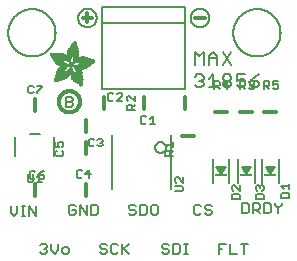
<source format=gbr>
G04 EAGLE Gerber RS-274X export*
G75*
%MOMM*%
%FSLAX34Y34*%
%LPD*%
%INSilkscreen Top*%
%IPPOS*%
%AMOC8*
5,1,8,0,0,1.08239X$1,22.5*%
G01*
%ADD10C,0.203200*%
%ADD11C,0.152400*%
%ADD12C,0.304800*%
%ADD13R,1.000000X0.200000*%
%ADD14R,0.050800X0.006300*%
%ADD15R,0.082600X0.006400*%
%ADD16R,0.120600X0.006300*%
%ADD17R,0.139700X0.006400*%
%ADD18R,0.158800X0.006300*%
%ADD19R,0.177800X0.006400*%
%ADD20R,0.196800X0.006300*%
%ADD21R,0.215900X0.006400*%
%ADD22R,0.228600X0.006300*%
%ADD23R,0.241300X0.006400*%
%ADD24R,0.254000X0.006300*%
%ADD25R,0.266700X0.006400*%
%ADD26R,0.279400X0.006300*%
%ADD27R,0.285700X0.006400*%
%ADD28R,0.298400X0.006300*%
%ADD29R,0.311200X0.006400*%
%ADD30R,0.317500X0.006300*%
%ADD31R,0.330200X0.006400*%
%ADD32R,0.336600X0.006300*%
%ADD33R,0.349200X0.006400*%
%ADD34R,0.361900X0.006300*%
%ADD35R,0.368300X0.006400*%
%ADD36R,0.381000X0.006300*%
%ADD37R,0.387300X0.006400*%
%ADD38R,0.393700X0.006300*%
%ADD39R,0.406400X0.006400*%
%ADD40R,0.412700X0.006300*%
%ADD41R,0.419100X0.006400*%
%ADD42R,0.431800X0.006300*%
%ADD43R,0.438100X0.006400*%
%ADD44R,0.450800X0.006300*%
%ADD45R,0.457200X0.006400*%
%ADD46R,0.463500X0.006300*%
%ADD47R,0.476200X0.006400*%
%ADD48R,0.482600X0.006300*%
%ADD49R,0.488900X0.006400*%
%ADD50R,0.501600X0.006300*%
%ADD51R,0.508000X0.006400*%
%ADD52R,0.514300X0.006300*%
%ADD53R,0.527000X0.006400*%
%ADD54R,0.533400X0.006300*%
%ADD55R,0.546100X0.006400*%
%ADD56R,0.552400X0.006300*%
%ADD57R,0.558800X0.006400*%
%ADD58R,0.571500X0.006300*%
%ADD59R,0.577800X0.006400*%
%ADD60R,0.584200X0.006300*%
%ADD61R,0.596900X0.006400*%
%ADD62R,0.603200X0.006300*%
%ADD63R,0.609600X0.006400*%
%ADD64R,0.622300X0.006300*%
%ADD65R,0.628600X0.006400*%
%ADD66R,0.641300X0.006300*%
%ADD67R,0.647700X0.006400*%
%ADD68R,0.063500X0.006300*%
%ADD69R,0.654000X0.006300*%
%ADD70R,0.101600X0.006400*%
%ADD71R,0.666700X0.006400*%
%ADD72R,0.139700X0.006300*%
%ADD73R,0.673100X0.006300*%
%ADD74R,0.165100X0.006400*%
%ADD75R,0.679400X0.006400*%
%ADD76R,0.196900X0.006300*%
%ADD77R,0.692100X0.006300*%
%ADD78R,0.222200X0.006400*%
%ADD79R,0.698500X0.006400*%
%ADD80R,0.247700X0.006300*%
%ADD81R,0.704800X0.006300*%
%ADD82R,0.279400X0.006400*%
%ADD83R,0.717500X0.006400*%
%ADD84R,0.298500X0.006300*%
%ADD85R,0.723900X0.006300*%
%ADD86R,0.736600X0.006400*%
%ADD87R,0.342900X0.006300*%
%ADD88R,0.742900X0.006300*%
%ADD89R,0.374700X0.006400*%
%ADD90R,0.749300X0.006400*%
%ADD91R,0.762000X0.006300*%
%ADD92R,0.412700X0.006400*%
%ADD93R,0.768300X0.006400*%
%ADD94R,0.438100X0.006300*%
%ADD95R,0.774700X0.006300*%
%ADD96R,0.463600X0.006400*%
%ADD97R,0.787400X0.006400*%
%ADD98R,0.793700X0.006300*%
%ADD99R,0.495300X0.006400*%
%ADD100R,0.800100X0.006400*%
%ADD101R,0.520700X0.006300*%
%ADD102R,0.812800X0.006300*%
%ADD103R,0.533400X0.006400*%
%ADD104R,0.819100X0.006400*%
%ADD105R,0.558800X0.006300*%
%ADD106R,0.825500X0.006300*%
%ADD107R,0.577900X0.006400*%
%ADD108R,0.831800X0.006400*%
%ADD109R,0.596900X0.006300*%
%ADD110R,0.844500X0.006300*%
%ADD111R,0.616000X0.006400*%
%ADD112R,0.850900X0.006400*%
%ADD113R,0.635000X0.006300*%
%ADD114R,0.857200X0.006300*%
%ADD115R,0.654100X0.006400*%
%ADD116R,0.863600X0.006400*%
%ADD117R,0.666700X0.006300*%
%ADD118R,0.869900X0.006300*%
%ADD119R,0.685800X0.006400*%
%ADD120R,0.876300X0.006400*%
%ADD121R,0.882600X0.006300*%
%ADD122R,0.723900X0.006400*%
%ADD123R,0.889000X0.006400*%
%ADD124R,0.895300X0.006300*%
%ADD125R,0.755700X0.006400*%
%ADD126R,0.901700X0.006400*%
%ADD127R,0.908000X0.006300*%
%ADD128R,0.793800X0.006400*%
%ADD129R,0.914400X0.006400*%
%ADD130R,0.806400X0.006300*%
%ADD131R,0.920700X0.006300*%
%ADD132R,0.825500X0.006400*%
%ADD133R,0.927100X0.006400*%
%ADD134R,0.933400X0.006300*%
%ADD135R,0.857300X0.006400*%
%ADD136R,0.939800X0.006400*%
%ADD137R,0.870000X0.006300*%
%ADD138R,0.939800X0.006300*%
%ADD139R,0.946100X0.006400*%
%ADD140R,0.952500X0.006300*%
%ADD141R,0.908000X0.006400*%
%ADD142R,0.958800X0.006400*%
%ADD143R,0.965200X0.006300*%
%ADD144R,0.965200X0.006400*%
%ADD145R,0.971500X0.006300*%
%ADD146R,0.952500X0.006400*%
%ADD147R,0.977900X0.006400*%
%ADD148R,0.958800X0.006300*%
%ADD149R,0.984200X0.006300*%
%ADD150R,0.971500X0.006400*%
%ADD151R,0.984200X0.006400*%
%ADD152R,0.990600X0.006300*%
%ADD153R,0.984300X0.006400*%
%ADD154R,0.996900X0.006400*%
%ADD155R,0.997000X0.006300*%
%ADD156R,0.996900X0.006300*%
%ADD157R,1.003300X0.006400*%
%ADD158R,1.016000X0.006300*%
%ADD159R,1.009600X0.006300*%
%ADD160R,1.016000X0.006400*%
%ADD161R,1.009600X0.006400*%
%ADD162R,1.022300X0.006300*%
%ADD163R,1.028700X0.006400*%
%ADD164R,1.035100X0.006300*%
%ADD165R,1.047800X0.006400*%
%ADD166R,1.054100X0.006300*%
%ADD167R,1.028700X0.006300*%
%ADD168R,1.054100X0.006400*%
%ADD169R,1.035000X0.006400*%
%ADD170R,1.060400X0.006300*%
%ADD171R,1.035000X0.006300*%
%ADD172R,1.060500X0.006400*%
%ADD173R,1.041400X0.006400*%
%ADD174R,1.066800X0.006300*%
%ADD175R,1.041400X0.006300*%
%ADD176R,1.079500X0.006400*%
%ADD177R,1.047700X0.006400*%
%ADD178R,1.085900X0.006300*%
%ADD179R,1.047700X0.006300*%
%ADD180R,1.085800X0.006400*%
%ADD181R,1.092200X0.006300*%
%ADD182R,1.085900X0.006400*%
%ADD183R,1.098600X0.006300*%
%ADD184R,1.098600X0.006400*%
%ADD185R,1.060400X0.006400*%
%ADD186R,1.104900X0.006300*%
%ADD187R,1.104900X0.006400*%
%ADD188R,1.066800X0.006400*%
%ADD189R,1.111200X0.006300*%
%ADD190R,1.117600X0.006400*%
%ADD191R,1.117600X0.006300*%
%ADD192R,1.073100X0.006300*%
%ADD193R,1.073100X0.006400*%
%ADD194R,1.124000X0.006300*%
%ADD195R,1.079500X0.006300*%
%ADD196R,1.123900X0.006400*%
%ADD197R,1.130300X0.006300*%
%ADD198R,1.130300X0.006400*%
%ADD199R,1.136700X0.006400*%
%ADD200R,1.136700X0.006300*%
%ADD201R,1.085800X0.006300*%
%ADD202R,1.136600X0.006400*%
%ADD203R,1.136600X0.006300*%
%ADD204R,1.143000X0.006400*%
%ADD205R,1.143000X0.006300*%
%ADD206R,1.149400X0.006300*%
%ADD207R,1.149300X0.006300*%
%ADD208R,1.149300X0.006400*%
%ADD209R,1.149400X0.006400*%
%ADD210R,1.155700X0.006400*%
%ADD211R,1.155700X0.006300*%
%ADD212R,1.060500X0.006300*%
%ADD213R,2.197100X0.006400*%
%ADD214R,2.197100X0.006300*%
%ADD215R,2.184400X0.006300*%
%ADD216R,2.184400X0.006400*%
%ADD217R,2.171700X0.006400*%
%ADD218R,2.171700X0.006300*%
%ADD219R,1.530300X0.006400*%
%ADD220R,1.505000X0.006300*%
%ADD221R,1.492300X0.006400*%
%ADD222R,1.485900X0.006300*%
%ADD223R,0.565200X0.006300*%
%ADD224R,1.473200X0.006400*%
%ADD225R,0.565200X0.006400*%
%ADD226R,1.460500X0.006300*%
%ADD227R,1.454100X0.006400*%
%ADD228R,0.552400X0.006400*%
%ADD229R,1.441500X0.006300*%
%ADD230R,0.546100X0.006300*%
%ADD231R,1.435100X0.006400*%
%ADD232R,0.539800X0.006400*%
%ADD233R,1.428800X0.006300*%
%ADD234R,1.422400X0.006400*%
%ADD235R,1.409700X0.006300*%
%ADD236R,0.527100X0.006300*%
%ADD237R,1.403300X0.006400*%
%ADD238R,0.527100X0.006400*%
%ADD239R,1.390700X0.006300*%
%ADD240R,1.384300X0.006400*%
%ADD241R,0.520700X0.006400*%
%ADD242R,1.384300X0.006300*%
%ADD243R,0.514400X0.006300*%
%ADD244R,1.371600X0.006400*%
%ADD245R,1.365200X0.006300*%
%ADD246R,0.508000X0.006300*%
%ADD247R,1.352600X0.006400*%
%ADD248R,0.501700X0.006400*%
%ADD249R,0.711200X0.006300*%
%ADD250R,0.603300X0.006300*%
%ADD251R,0.501700X0.006300*%
%ADD252R,0.692100X0.006400*%
%ADD253R,0.571500X0.006400*%
%ADD254R,0.679400X0.006300*%
%ADD255R,0.495300X0.006300*%
%ADD256R,0.673100X0.006400*%
%ADD257R,0.666800X0.006300*%
%ADD258R,0.488900X0.006300*%
%ADD259R,0.660400X0.006400*%
%ADD260R,0.482600X0.006400*%
%ADD261R,0.476200X0.006300*%
%ADD262R,0.654000X0.006400*%
%ADD263R,0.469900X0.006400*%
%ADD264R,0.476300X0.006400*%
%ADD265R,0.647700X0.006300*%
%ADD266R,0.457200X0.006300*%
%ADD267R,0.469900X0.006300*%
%ADD268R,0.641300X0.006400*%
%ADD269R,0.444500X0.006400*%
%ADD270R,0.463600X0.006300*%
%ADD271R,0.635000X0.006400*%
%ADD272R,0.463500X0.006400*%
%ADD273R,0.393700X0.006400*%
%ADD274R,0.450800X0.006400*%
%ADD275R,0.628600X0.006300*%
%ADD276R,0.387400X0.006300*%
%ADD277R,0.450900X0.006300*%
%ADD278R,0.628700X0.006400*%
%ADD279R,0.374600X0.006400*%
%ADD280R,0.368300X0.006300*%
%ADD281R,0.438200X0.006300*%
%ADD282R,0.622300X0.006400*%
%ADD283R,0.355600X0.006400*%
%ADD284R,0.431800X0.006400*%
%ADD285R,0.349300X0.006300*%
%ADD286R,0.425400X0.006300*%
%ADD287R,0.615900X0.006300*%
%ADD288R,0.330200X0.006300*%
%ADD289R,0.419100X0.006300*%
%ADD290R,0.616000X0.006300*%
%ADD291R,0.311200X0.006300*%
%ADD292R,0.406400X0.006300*%
%ADD293R,0.615900X0.006400*%
%ADD294R,0.304800X0.006400*%
%ADD295R,0.158800X0.006400*%
%ADD296R,0.609600X0.006300*%
%ADD297R,0.292100X0.006300*%
%ADD298R,0.235000X0.006300*%
%ADD299R,0.387400X0.006400*%
%ADD300R,0.292100X0.006400*%
%ADD301R,0.336500X0.006300*%
%ADD302R,0.260400X0.006300*%
%ADD303R,0.603300X0.006400*%
%ADD304R,0.260400X0.006400*%
%ADD305R,0.362000X0.006400*%
%ADD306R,0.450900X0.006400*%
%ADD307R,0.355600X0.006300*%
%ADD308R,0.342900X0.006400*%
%ADD309R,0.514300X0.006400*%
%ADD310R,0.234900X0.006300*%
%ADD311R,0.539700X0.006300*%
%ADD312R,0.603200X0.006400*%
%ADD313R,0.234900X0.006400*%
%ADD314R,0.920700X0.006400*%
%ADD315R,0.958900X0.006400*%
%ADD316R,0.215900X0.006300*%
%ADD317R,0.209600X0.006400*%
%ADD318R,0.203200X0.006300*%
%ADD319R,1.003300X0.006300*%
%ADD320R,0.203200X0.006400*%
%ADD321R,0.196900X0.006400*%
%ADD322R,0.190500X0.006300*%
%ADD323R,0.190500X0.006400*%
%ADD324R,0.184200X0.006300*%
%ADD325R,0.590500X0.006400*%
%ADD326R,0.184200X0.006400*%
%ADD327R,0.590500X0.006300*%
%ADD328R,0.177800X0.006300*%
%ADD329R,0.584200X0.006400*%
%ADD330R,1.168400X0.006400*%
%ADD331R,0.171500X0.006300*%
%ADD332R,1.187500X0.006300*%
%ADD333R,1.200100X0.006400*%
%ADD334R,0.577800X0.006300*%
%ADD335R,1.212900X0.006300*%
%ADD336R,1.231900X0.006400*%
%ADD337R,1.250900X0.006300*%
%ADD338R,0.565100X0.006400*%
%ADD339R,0.184100X0.006400*%
%ADD340R,1.263700X0.006400*%
%ADD341R,0.565100X0.006300*%
%ADD342R,1.289100X0.006300*%
%ADD343R,1.314400X0.006400*%
%ADD344R,0.552500X0.006300*%
%ADD345R,1.568500X0.006300*%
%ADD346R,0.552500X0.006400*%
%ADD347R,1.581200X0.006400*%
%ADD348R,1.593800X0.006300*%
%ADD349R,1.606500X0.006400*%
%ADD350R,1.619300X0.006300*%
%ADD351R,0.514400X0.006400*%
%ADD352R,1.638300X0.006400*%
%ADD353R,1.657300X0.006300*%
%ADD354R,2.209800X0.006400*%
%ADD355R,2.425700X0.006300*%
%ADD356R,2.470100X0.006400*%
%ADD357R,2.501900X0.006300*%
%ADD358R,2.533700X0.006400*%
%ADD359R,2.559000X0.006300*%
%ADD360R,2.584500X0.006400*%
%ADD361R,2.609900X0.006300*%
%ADD362R,2.628900X0.006400*%
%ADD363R,2.660600X0.006300*%
%ADD364R,2.673400X0.006400*%
%ADD365R,1.422400X0.006300*%
%ADD366R,1.200200X0.006300*%
%ADD367R,1.365300X0.006300*%
%ADD368R,1.365300X0.006400*%
%ADD369R,1.352500X0.006300*%
%ADD370R,1.098500X0.006300*%
%ADD371R,1.358900X0.006400*%
%ADD372R,1.352600X0.006300*%
%ADD373R,1.358900X0.006300*%
%ADD374R,1.371600X0.006300*%
%ADD375R,1.377900X0.006400*%
%ADD376R,1.397000X0.006400*%
%ADD377R,1.403300X0.006300*%
%ADD378R,0.914400X0.006300*%
%ADD379R,0.876300X0.006300*%
%ADD380R,0.374600X0.006300*%
%ADD381R,1.073200X0.006400*%
%ADD382R,0.374700X0.006300*%
%ADD383R,0.844600X0.006400*%
%ADD384R,0.844600X0.006300*%
%ADD385R,0.831900X0.006400*%
%ADD386R,1.092200X0.006400*%
%ADD387R,0.400000X0.006300*%
%ADD388R,0.819200X0.006400*%
%ADD389R,1.111300X0.006400*%
%ADD390R,0.812800X0.006400*%
%ADD391R,0.800100X0.006300*%
%ADD392R,0.476300X0.006300*%
%ADD393R,1.181100X0.006300*%
%ADD394R,0.501600X0.006400*%
%ADD395R,1.193800X0.006400*%
%ADD396R,0.781000X0.006400*%
%ADD397R,1.238200X0.006400*%
%ADD398R,0.781100X0.006300*%
%ADD399R,1.257300X0.006300*%
%ADD400R,1.295400X0.006400*%
%ADD401R,1.333500X0.006300*%
%ADD402R,0.774700X0.006400*%
%ADD403R,1.866900X0.006400*%
%ADD404R,0.209600X0.006300*%
%ADD405R,1.866900X0.006300*%
%ADD406R,0.768400X0.006400*%
%ADD407R,0.209500X0.006400*%
%ADD408R,1.860600X0.006400*%
%ADD409R,0.762000X0.006400*%
%ADD410R,0.768400X0.006300*%
%ADD411R,1.860600X0.006300*%
%ADD412R,1.860500X0.006400*%
%ADD413R,0.222300X0.006300*%
%ADD414R,1.854200X0.006300*%
%ADD415R,0.235000X0.006400*%
%ADD416R,1.854200X0.006400*%
%ADD417R,0.768300X0.006300*%
%ADD418R,0.260300X0.006400*%
%ADD419R,1.847800X0.006400*%
%ADD420R,0.266700X0.006300*%
%ADD421R,1.847800X0.006300*%
%ADD422R,0.273100X0.006400*%
%ADD423R,1.841500X0.006400*%
%ADD424R,0.285800X0.006300*%
%ADD425R,1.841500X0.006300*%
%ADD426R,0.298500X0.006400*%
%ADD427R,1.835100X0.006400*%
%ADD428R,0.781000X0.006300*%
%ADD429R,0.304800X0.006300*%
%ADD430R,1.835100X0.006300*%
%ADD431R,0.317500X0.006400*%
%ADD432R,1.828800X0.006400*%
%ADD433R,0.787400X0.006300*%
%ADD434R,0.323800X0.006300*%
%ADD435R,1.828800X0.006300*%
%ADD436R,0.793700X0.006400*%
%ADD437R,1.822400X0.006400*%
%ADD438R,0.806500X0.006300*%
%ADD439R,1.822400X0.006300*%
%ADD440R,1.816100X0.006400*%
%ADD441R,0.819100X0.006300*%
%ADD442R,0.387300X0.006300*%
%ADD443R,1.816100X0.006300*%
%ADD444R,1.809800X0.006400*%
%ADD445R,1.803400X0.006300*%
%ADD446R,1.797000X0.006400*%
%ADD447R,0.901700X0.006300*%
%ADD448R,1.797000X0.006300*%
%ADD449R,1.441400X0.006400*%
%ADD450R,1.790700X0.006400*%
%ADD451R,1.447800X0.006300*%
%ADD452R,1.784300X0.006300*%
%ADD453R,1.447800X0.006400*%
%ADD454R,1.784300X0.006400*%
%ADD455R,1.454100X0.006300*%
%ADD456R,1.771700X0.006300*%
%ADD457R,1.460500X0.006400*%
%ADD458R,1.759000X0.006400*%
%ADD459R,1.466800X0.006300*%
%ADD460R,1.752600X0.006300*%
%ADD461R,1.466800X0.006400*%
%ADD462R,1.739900X0.006400*%
%ADD463R,1.473200X0.006300*%
%ADD464R,1.727200X0.006300*%
%ADD465R,1.479500X0.006400*%
%ADD466R,1.714500X0.006400*%
%ADD467R,1.695400X0.006300*%
%ADD468R,1.485900X0.006400*%
%ADD469R,1.682700X0.006400*%
%ADD470R,1.492200X0.006300*%
%ADD471R,1.663700X0.006300*%
%ADD472R,1.498600X0.006400*%
%ADD473R,1.644600X0.006400*%
%ADD474R,1.498600X0.006300*%
%ADD475R,1.619200X0.006300*%
%ADD476R,1.511300X0.006400*%
%ADD477R,1.600200X0.006400*%
%ADD478R,1.517700X0.006300*%
%ADD479R,1.574800X0.006300*%
%ADD480R,1.524000X0.006400*%
%ADD481R,1.555800X0.006400*%
%ADD482R,1.524000X0.006300*%
%ADD483R,1.536700X0.006300*%
%ADD484R,1.530400X0.006400*%
%ADD485R,1.517700X0.006400*%
%ADD486R,1.492300X0.006300*%
%ADD487R,1.549400X0.006400*%
%ADD488R,1.479600X0.006400*%
%ADD489R,1.549400X0.006300*%
%ADD490R,1.555700X0.006400*%
%ADD491R,1.562100X0.006300*%
%ADD492R,0.323900X0.006300*%
%ADD493R,1.568400X0.006400*%
%ADD494R,0.336600X0.006400*%
%ADD495R,1.587500X0.006300*%
%ADD496R,0.971600X0.006300*%
%ADD497R,0.349300X0.006400*%
%ADD498R,1.600200X0.006300*%
%ADD499R,0.920800X0.006300*%
%ADD500R,0.882700X0.006400*%
%ADD501R,1.612900X0.006300*%
%ADD502R,0.362000X0.006300*%
%ADD503R,1.625600X0.006400*%
%ADD504R,1.625600X0.006300*%
%ADD505R,1.644600X0.006300*%
%ADD506R,0.736600X0.006300*%
%ADD507R,0.717600X0.006400*%
%ADD508R,1.657400X0.006300*%
%ADD509R,0.679500X0.006300*%
%ADD510R,1.663700X0.006400*%
%ADD511R,0.400000X0.006400*%
%ADD512R,1.676400X0.006300*%
%ADD513R,1.676400X0.006400*%
%ADD514R,0.425500X0.006400*%
%ADD515R,1.352500X0.006400*%
%ADD516R,0.444500X0.006300*%
%ADD517R,0.361900X0.006400*%
%ADD518R,0.088900X0.006300*%
%ADD519R,1.009700X0.006300*%
%ADD520R,1.009700X0.006400*%
%ADD521R,1.022300X0.006400*%
%ADD522R,1.346200X0.006400*%
%ADD523R,1.346200X0.006300*%
%ADD524R,1.339900X0.006400*%
%ADD525R,1.035100X0.006400*%
%ADD526R,1.339800X0.006300*%
%ADD527R,1.333500X0.006400*%
%ADD528R,1.327200X0.006400*%
%ADD529R,1.320800X0.006300*%
%ADD530R,1.314500X0.006400*%
%ADD531R,1.314400X0.006300*%
%ADD532R,1.301700X0.006400*%
%ADD533R,1.295400X0.006300*%
%ADD534R,1.289000X0.006400*%
%ADD535R,1.276300X0.006300*%
%ADD536R,1.251000X0.006300*%
%ADD537R,1.244600X0.006400*%
%ADD538R,1.231900X0.006300*%
%ADD539R,1.212800X0.006400*%
%ADD540R,1.200100X0.006300*%
%ADD541R,1.187400X0.006400*%
%ADD542R,1.168400X0.006300*%
%ADD543R,1.047800X0.006300*%
%ADD544R,0.977900X0.006300*%
%ADD545R,0.946200X0.006400*%
%ADD546R,0.933400X0.006400*%
%ADD547R,0.895300X0.006400*%
%ADD548R,0.882700X0.006300*%
%ADD549R,0.863600X0.006300*%
%ADD550R,0.857200X0.006400*%
%ADD551R,0.850900X0.006300*%
%ADD552R,0.838200X0.006300*%
%ADD553R,0.806500X0.006400*%
%ADD554R,0.717600X0.006300*%
%ADD555R,0.711200X0.006400*%
%ADD556R,0.641400X0.006400*%
%ADD557R,0.641400X0.006300*%
%ADD558R,0.628700X0.006300*%
%ADD559R,0.590600X0.006300*%
%ADD560R,0.539700X0.006400*%
%ADD561R,0.285700X0.006300*%
%ADD562R,0.222200X0.006300*%
%ADD563R,0.171400X0.006300*%
%ADD564R,0.152400X0.006400*%
%ADD565R,0.133400X0.006300*%

G36*
X207126Y72925D02*
X207126Y72925D01*
X207153Y72925D01*
X207264Y72957D01*
X207377Y72983D01*
X207400Y72996D01*
X207426Y73004D01*
X207524Y73066D01*
X207625Y73122D01*
X207641Y73140D01*
X207666Y73155D01*
X207851Y73363D01*
X207855Y73367D01*
X209855Y76367D01*
X209886Y76431D01*
X209926Y76491D01*
X209947Y76559D01*
X209978Y76623D01*
X209990Y76694D01*
X210011Y76762D01*
X210013Y76833D01*
X210025Y76904D01*
X210017Y76975D01*
X210019Y77046D01*
X210001Y77115D01*
X209992Y77186D01*
X209965Y77252D01*
X209947Y77321D01*
X209910Y77382D01*
X209883Y77448D01*
X209838Y77504D01*
X209802Y77566D01*
X209750Y77615D01*
X209705Y77670D01*
X209647Y77711D01*
X209594Y77760D01*
X209531Y77793D01*
X209473Y77834D01*
X209405Y77857D01*
X209341Y77890D01*
X209282Y77900D01*
X209204Y77927D01*
X209085Y77933D01*
X209010Y77945D01*
X205010Y77945D01*
X204939Y77935D01*
X204867Y77935D01*
X204799Y77915D01*
X204729Y77905D01*
X204663Y77876D01*
X204594Y77856D01*
X204534Y77818D01*
X204469Y77789D01*
X204414Y77743D01*
X204354Y77705D01*
X204306Y77652D01*
X204252Y77606D01*
X204212Y77546D01*
X204165Y77492D01*
X204134Y77428D01*
X204095Y77369D01*
X204073Y77301D01*
X204042Y77236D01*
X204030Y77166D01*
X204009Y77098D01*
X204007Y77026D01*
X203995Y76956D01*
X204003Y76885D01*
X204001Y76814D01*
X204020Y76744D01*
X204028Y76673D01*
X204053Y76618D01*
X204073Y76539D01*
X204134Y76436D01*
X204165Y76367D01*
X206165Y73367D01*
X206242Y73280D01*
X206315Y73190D01*
X206337Y73175D01*
X206355Y73155D01*
X206452Y73093D01*
X206547Y73026D01*
X206573Y73018D01*
X206595Y73003D01*
X206706Y72971D01*
X206816Y72933D01*
X206843Y72932D01*
X206868Y72925D01*
X206984Y72925D01*
X207100Y72919D01*
X207126Y72925D01*
G37*
G36*
X185536Y72925D02*
X185536Y72925D01*
X185563Y72925D01*
X185674Y72957D01*
X185787Y72983D01*
X185810Y72996D01*
X185836Y73004D01*
X185934Y73066D01*
X186035Y73122D01*
X186051Y73140D01*
X186076Y73155D01*
X186261Y73363D01*
X186265Y73367D01*
X188265Y76367D01*
X188296Y76431D01*
X188336Y76491D01*
X188357Y76559D01*
X188388Y76623D01*
X188400Y76694D01*
X188421Y76762D01*
X188423Y76833D01*
X188435Y76904D01*
X188427Y76975D01*
X188429Y77046D01*
X188411Y77115D01*
X188402Y77186D01*
X188375Y77252D01*
X188357Y77321D01*
X188320Y77382D01*
X188293Y77448D01*
X188248Y77504D01*
X188212Y77566D01*
X188160Y77615D01*
X188115Y77670D01*
X188057Y77711D01*
X188004Y77760D01*
X187941Y77793D01*
X187883Y77834D01*
X187815Y77857D01*
X187751Y77890D01*
X187692Y77900D01*
X187614Y77927D01*
X187495Y77933D01*
X187420Y77945D01*
X183420Y77945D01*
X183349Y77935D01*
X183277Y77935D01*
X183209Y77915D01*
X183139Y77905D01*
X183073Y77876D01*
X183004Y77856D01*
X182944Y77818D01*
X182879Y77789D01*
X182824Y77743D01*
X182764Y77705D01*
X182716Y77652D01*
X182662Y77606D01*
X182622Y77546D01*
X182575Y77492D01*
X182544Y77428D01*
X182505Y77369D01*
X182483Y77301D01*
X182452Y77236D01*
X182440Y77166D01*
X182419Y77098D01*
X182417Y77026D01*
X182405Y76956D01*
X182413Y76885D01*
X182411Y76814D01*
X182430Y76744D01*
X182438Y76673D01*
X182463Y76618D01*
X182483Y76539D01*
X182544Y76436D01*
X182575Y76367D01*
X184575Y73367D01*
X184652Y73280D01*
X184725Y73190D01*
X184747Y73175D01*
X184765Y73155D01*
X184862Y73093D01*
X184957Y73026D01*
X184983Y73018D01*
X185005Y73003D01*
X185116Y72971D01*
X185226Y72933D01*
X185253Y72932D01*
X185278Y72925D01*
X185394Y72925D01*
X185510Y72919D01*
X185536Y72925D01*
G37*
G36*
X227446Y72925D02*
X227446Y72925D01*
X227473Y72925D01*
X227584Y72957D01*
X227697Y72983D01*
X227720Y72996D01*
X227746Y73004D01*
X227844Y73066D01*
X227945Y73122D01*
X227961Y73140D01*
X227986Y73155D01*
X228171Y73363D01*
X228175Y73367D01*
X230175Y76367D01*
X230206Y76431D01*
X230246Y76491D01*
X230267Y76559D01*
X230298Y76623D01*
X230310Y76694D01*
X230331Y76762D01*
X230333Y76833D01*
X230345Y76904D01*
X230337Y76975D01*
X230339Y77046D01*
X230321Y77115D01*
X230312Y77186D01*
X230285Y77252D01*
X230267Y77321D01*
X230230Y77382D01*
X230203Y77448D01*
X230158Y77504D01*
X230122Y77566D01*
X230070Y77615D01*
X230025Y77670D01*
X229967Y77711D01*
X229914Y77760D01*
X229851Y77793D01*
X229793Y77834D01*
X229725Y77857D01*
X229661Y77890D01*
X229602Y77900D01*
X229524Y77927D01*
X229405Y77933D01*
X229330Y77945D01*
X225330Y77945D01*
X225259Y77935D01*
X225187Y77935D01*
X225119Y77915D01*
X225049Y77905D01*
X224983Y77876D01*
X224914Y77856D01*
X224854Y77818D01*
X224789Y77789D01*
X224734Y77743D01*
X224674Y77705D01*
X224626Y77652D01*
X224572Y77606D01*
X224532Y77546D01*
X224485Y77492D01*
X224454Y77428D01*
X224415Y77369D01*
X224393Y77301D01*
X224362Y77236D01*
X224350Y77166D01*
X224329Y77098D01*
X224327Y77026D01*
X224315Y76956D01*
X224323Y76885D01*
X224321Y76814D01*
X224340Y76744D01*
X224348Y76673D01*
X224373Y76618D01*
X224393Y76539D01*
X224454Y76436D01*
X224485Y76367D01*
X226485Y73367D01*
X226562Y73280D01*
X226635Y73190D01*
X226657Y73175D01*
X226675Y73155D01*
X226772Y73093D01*
X226867Y73026D01*
X226893Y73018D01*
X226915Y73003D01*
X227026Y72971D01*
X227136Y72933D01*
X227163Y72932D01*
X227188Y72925D01*
X227304Y72925D01*
X227420Y72919D01*
X227446Y72925D01*
G37*
D10*
X163576Y164846D02*
X163576Y175523D01*
X167135Y171964D01*
X170694Y175523D01*
X170694Y164846D01*
X175270Y164846D02*
X175270Y171964D01*
X178829Y175523D01*
X182388Y171964D01*
X182388Y164846D01*
X182388Y170185D02*
X175270Y170185D01*
X186964Y175523D02*
X194082Y164846D01*
X186964Y164846D02*
X194082Y175523D01*
X165356Y156473D02*
X163576Y154694D01*
X165356Y156473D02*
X168915Y156473D01*
X170694Y154694D01*
X170694Y152914D01*
X168915Y151135D01*
X167135Y151135D01*
X168915Y151135D02*
X170694Y149355D01*
X170694Y147576D01*
X168915Y145796D01*
X165356Y145796D01*
X163576Y147576D01*
X175270Y152914D02*
X178829Y156473D01*
X178829Y145796D01*
X175270Y145796D02*
X182388Y145796D01*
X186964Y154694D02*
X188743Y156473D01*
X192303Y156473D01*
X194082Y154694D01*
X194082Y152914D01*
X192303Y151135D01*
X194082Y149355D01*
X194082Y147576D01*
X192303Y145796D01*
X188743Y145796D01*
X186964Y147576D01*
X186964Y149355D01*
X188743Y151135D01*
X186964Y152914D01*
X186964Y154694D01*
X188743Y151135D02*
X192303Y151135D01*
X198658Y156473D02*
X205776Y156473D01*
X198658Y156473D02*
X198658Y151135D01*
X202217Y152914D01*
X203996Y152914D01*
X205776Y151135D01*
X205776Y147576D01*
X203996Y145796D01*
X200437Y145796D01*
X198658Y147576D01*
X213911Y154694D02*
X217470Y156473D01*
X213911Y154694D02*
X210352Y151135D01*
X210352Y147576D01*
X212131Y145796D01*
X215690Y145796D01*
X217470Y147576D01*
X217470Y149355D01*
X215690Y151135D01*
X210352Y151135D01*
D11*
X183579Y13215D02*
X183579Y4572D01*
X183579Y13215D02*
X189341Y13215D01*
X186460Y8894D02*
X183579Y8894D01*
X192934Y13215D02*
X192934Y4572D01*
X198697Y4572D01*
X205171Y4572D02*
X205171Y13215D01*
X202290Y13215D02*
X208052Y13215D01*
X113141Y44795D02*
X111701Y46235D01*
X108820Y46235D01*
X107379Y44795D01*
X107379Y43354D01*
X108820Y41914D01*
X111701Y41914D01*
X113141Y40473D01*
X113141Y39033D01*
X111701Y37592D01*
X108820Y37592D01*
X107379Y39033D01*
X116734Y37592D02*
X116734Y46235D01*
X116734Y37592D02*
X121056Y37592D01*
X122497Y39033D01*
X122497Y44795D01*
X121056Y46235D01*
X116734Y46235D01*
X127530Y46235D02*
X130411Y46235D01*
X127530Y46235D02*
X126090Y44795D01*
X126090Y39033D01*
X127530Y37592D01*
X130411Y37592D01*
X131852Y39033D01*
X131852Y44795D01*
X130411Y46235D01*
X139930Y13215D02*
X141371Y11775D01*
X139930Y13215D02*
X137049Y13215D01*
X135608Y11775D01*
X135608Y10334D01*
X137049Y8894D01*
X139930Y8894D01*
X141371Y7453D01*
X141371Y6013D01*
X139930Y4572D01*
X137049Y4572D01*
X135608Y6013D01*
X144964Y4572D02*
X144964Y13215D01*
X144964Y4572D02*
X149285Y4572D01*
X150726Y6013D01*
X150726Y11775D01*
X149285Y13215D01*
X144964Y13215D01*
X154319Y4572D02*
X157200Y4572D01*
X155759Y4572D02*
X155759Y13215D01*
X154319Y13215D02*
X157200Y13215D01*
X89011Y11775D02*
X87571Y13215D01*
X84690Y13215D01*
X83249Y11775D01*
X83249Y10334D01*
X84690Y8894D01*
X87571Y8894D01*
X89011Y7453D01*
X89011Y6013D01*
X87571Y4572D01*
X84690Y4572D01*
X83249Y6013D01*
X96926Y13215D02*
X98367Y11775D01*
X96926Y13215D02*
X94045Y13215D01*
X92604Y11775D01*
X92604Y6013D01*
X94045Y4572D01*
X96926Y4572D01*
X98367Y6013D01*
X101960Y4572D02*
X101960Y13215D01*
X101960Y7453D02*
X107722Y13215D01*
X103400Y8894D02*
X107722Y4572D01*
X167179Y46235D02*
X168619Y44795D01*
X167179Y46235D02*
X164297Y46235D01*
X162857Y44795D01*
X162857Y39033D01*
X164297Y37592D01*
X167179Y37592D01*
X168619Y39033D01*
X176534Y46235D02*
X177974Y44795D01*
X176534Y46235D02*
X173653Y46235D01*
X172212Y44795D01*
X172212Y43354D01*
X173653Y41914D01*
X176534Y41914D01*
X177974Y40473D01*
X177974Y39033D01*
X176534Y37592D01*
X173653Y37592D01*
X172212Y39033D01*
X203032Y38862D02*
X203032Y47505D01*
X203032Y38862D02*
X207353Y38862D01*
X208794Y40303D01*
X208794Y46065D01*
X207353Y47505D01*
X203032Y47505D01*
X212387Y47505D02*
X212387Y38862D01*
X212387Y47505D02*
X216708Y47505D01*
X218149Y46065D01*
X218149Y43184D01*
X216708Y41743D01*
X212387Y41743D01*
X215268Y41743D02*
X218149Y38862D01*
X221742Y38862D02*
X221742Y47505D01*
X221742Y38862D02*
X226064Y38862D01*
X227504Y40303D01*
X227504Y46065D01*
X226064Y47505D01*
X221742Y47505D01*
X231097Y47505D02*
X231097Y46065D01*
X233978Y43184D01*
X236859Y46065D01*
X236859Y47505D01*
X233978Y43184D02*
X233978Y38862D01*
X62341Y44795D02*
X60901Y46235D01*
X58020Y46235D01*
X56579Y44795D01*
X56579Y39033D01*
X58020Y37592D01*
X60901Y37592D01*
X62341Y39033D01*
X62341Y41914D01*
X59460Y41914D01*
X65934Y46235D02*
X65934Y37592D01*
X71697Y37592D02*
X65934Y46235D01*
X71697Y46235D02*
X71697Y37592D01*
X75290Y37592D02*
X75290Y46235D01*
X75290Y37592D02*
X79611Y37592D01*
X81052Y39033D01*
X81052Y44795D01*
X79611Y46235D01*
X75290Y46235D01*
X33890Y13215D02*
X32449Y11775D01*
X33890Y13215D02*
X36771Y13215D01*
X38211Y11775D01*
X38211Y10334D01*
X36771Y8894D01*
X35330Y8894D01*
X36771Y8894D02*
X38211Y7453D01*
X38211Y6013D01*
X36771Y4572D01*
X33890Y4572D01*
X32449Y6013D01*
X41804Y7453D02*
X41804Y13215D01*
X41804Y7453D02*
X44686Y4572D01*
X47567Y7453D01*
X47567Y13215D01*
X52600Y4572D02*
X55481Y4572D01*
X56922Y6013D01*
X56922Y8894D01*
X55481Y10334D01*
X52600Y10334D01*
X51160Y8894D01*
X51160Y6013D01*
X52600Y4572D01*
X7338Y39203D02*
X7338Y44965D01*
X7338Y39203D02*
X10220Y36322D01*
X13101Y39203D01*
X13101Y44965D01*
X16694Y36322D02*
X19575Y36322D01*
X18134Y36322D02*
X18134Y44965D01*
X16694Y44965D02*
X19575Y44965D01*
X22930Y44965D02*
X22930Y36322D01*
X28693Y36322D02*
X22930Y44965D01*
X28693Y44965D02*
X28693Y36322D01*
D10*
X92964Y59722D02*
X92964Y105378D01*
X143256Y105378D02*
X143256Y59722D01*
X129794Y94742D02*
X129796Y94877D01*
X129802Y95012D01*
X129812Y95146D01*
X129826Y95280D01*
X129844Y95414D01*
X129865Y95547D01*
X129891Y95679D01*
X129921Y95811D01*
X129954Y95942D01*
X129991Y96071D01*
X130033Y96200D01*
X130077Y96327D01*
X130126Y96453D01*
X130178Y96577D01*
X130234Y96700D01*
X130294Y96821D01*
X130357Y96940D01*
X130423Y97057D01*
X130493Y97172D01*
X130567Y97286D01*
X130644Y97397D01*
X130723Y97505D01*
X130807Y97611D01*
X130893Y97715D01*
X130982Y97816D01*
X131074Y97915D01*
X131169Y98010D01*
X131267Y98103D01*
X131367Y98193D01*
X131470Y98280D01*
X131576Y98364D01*
X131684Y98445D01*
X131794Y98522D01*
X131907Y98596D01*
X132022Y98667D01*
X132139Y98735D01*
X132257Y98799D01*
X132378Y98859D01*
X132500Y98916D01*
X132624Y98969D01*
X132750Y99019D01*
X132876Y99065D01*
X133005Y99107D01*
X133134Y99145D01*
X133264Y99179D01*
X133396Y99210D01*
X133528Y99237D01*
X133661Y99259D01*
X133794Y99278D01*
X133928Y99293D01*
X134063Y99304D01*
X134197Y99311D01*
X134332Y99314D01*
X134467Y99313D01*
X134602Y99308D01*
X134736Y99299D01*
X134871Y99286D01*
X135005Y99269D01*
X135138Y99248D01*
X135270Y99224D01*
X135402Y99195D01*
X135533Y99163D01*
X135663Y99126D01*
X135792Y99086D01*
X135919Y99042D01*
X136045Y98994D01*
X136170Y98943D01*
X136293Y98888D01*
X136415Y98829D01*
X136534Y98767D01*
X136652Y98701D01*
X136768Y98632D01*
X136881Y98560D01*
X136993Y98484D01*
X137102Y98405D01*
X137209Y98323D01*
X137313Y98237D01*
X137415Y98149D01*
X137514Y98057D01*
X137611Y97963D01*
X137704Y97866D01*
X137795Y97766D01*
X137883Y97664D01*
X137967Y97559D01*
X138049Y97451D01*
X138127Y97341D01*
X138202Y97229D01*
X138274Y97115D01*
X138342Y96999D01*
X138407Y96880D01*
X138468Y96760D01*
X138526Y96638D01*
X138580Y96515D01*
X138631Y96390D01*
X138677Y96263D01*
X138720Y96136D01*
X138760Y96007D01*
X138795Y95876D01*
X138827Y95745D01*
X138854Y95613D01*
X138878Y95481D01*
X138898Y95347D01*
X138914Y95213D01*
X138926Y95079D01*
X138934Y94944D01*
X138938Y94809D01*
X138938Y94675D01*
X138934Y94540D01*
X138926Y94405D01*
X138914Y94271D01*
X138898Y94137D01*
X138878Y94003D01*
X138854Y93871D01*
X138827Y93739D01*
X138795Y93608D01*
X138760Y93477D01*
X138720Y93348D01*
X138677Y93221D01*
X138631Y93094D01*
X138580Y92969D01*
X138526Y92846D01*
X138468Y92724D01*
X138407Y92604D01*
X138342Y92485D01*
X138274Y92369D01*
X138202Y92255D01*
X138127Y92143D01*
X138049Y92033D01*
X137967Y91925D01*
X137883Y91820D01*
X137795Y91718D01*
X137704Y91618D01*
X137611Y91521D01*
X137514Y91427D01*
X137415Y91335D01*
X137313Y91247D01*
X137209Y91161D01*
X137102Y91079D01*
X136993Y91000D01*
X136881Y90924D01*
X136768Y90852D01*
X136652Y90783D01*
X136534Y90717D01*
X136415Y90655D01*
X136293Y90596D01*
X136170Y90541D01*
X136045Y90490D01*
X135919Y90442D01*
X135792Y90398D01*
X135663Y90358D01*
X135533Y90321D01*
X135402Y90289D01*
X135270Y90260D01*
X135138Y90236D01*
X135005Y90215D01*
X134871Y90198D01*
X134736Y90185D01*
X134602Y90176D01*
X134467Y90171D01*
X134332Y90170D01*
X134197Y90173D01*
X134063Y90180D01*
X133928Y90191D01*
X133794Y90206D01*
X133661Y90225D01*
X133528Y90247D01*
X133396Y90274D01*
X133264Y90305D01*
X133134Y90339D01*
X133005Y90377D01*
X132876Y90419D01*
X132750Y90465D01*
X132624Y90515D01*
X132500Y90568D01*
X132378Y90625D01*
X132257Y90685D01*
X132139Y90749D01*
X132022Y90817D01*
X131907Y90888D01*
X131794Y90962D01*
X131684Y91039D01*
X131576Y91120D01*
X131470Y91204D01*
X131367Y91291D01*
X131267Y91381D01*
X131169Y91474D01*
X131074Y91569D01*
X130982Y91668D01*
X130893Y91769D01*
X130807Y91873D01*
X130723Y91979D01*
X130644Y92087D01*
X130567Y92198D01*
X130493Y92312D01*
X130423Y92427D01*
X130357Y92544D01*
X130294Y92663D01*
X130234Y92784D01*
X130178Y92907D01*
X130126Y93031D01*
X130077Y93157D01*
X130033Y93284D01*
X129991Y93413D01*
X129954Y93542D01*
X129921Y93673D01*
X129891Y93805D01*
X129865Y93937D01*
X129844Y94070D01*
X129826Y94204D01*
X129812Y94338D01*
X129802Y94472D01*
X129796Y94607D01*
X129794Y94742D01*
D11*
X146552Y57404D02*
X152060Y57404D01*
X153162Y58506D01*
X153162Y60709D01*
X152060Y61810D01*
X146552Y61810D01*
X153162Y64888D02*
X153162Y69295D01*
X148756Y69295D02*
X153162Y64888D01*
X148756Y69295D02*
X147654Y69295D01*
X146552Y68193D01*
X146552Y65990D01*
X147654Y64888D01*
D10*
X154650Y143800D02*
X154650Y199800D01*
X154650Y213800D01*
X84650Y213800D01*
X84650Y199800D01*
X84650Y143800D01*
X154650Y143800D01*
X154650Y199800D02*
X84650Y199800D01*
D12*
X152400Y104140D02*
X162560Y104140D01*
D11*
X122280Y120062D02*
X121179Y121164D01*
X118975Y121164D01*
X117874Y120062D01*
X117874Y115656D01*
X118975Y114554D01*
X121179Y114554D01*
X122280Y115656D01*
X125358Y118960D02*
X127561Y121164D01*
X127561Y114554D01*
X125358Y114554D02*
X129764Y114554D01*
D12*
X120650Y127000D02*
X120650Y137160D01*
D11*
X94068Y139620D02*
X92967Y140722D01*
X90764Y140722D01*
X89662Y139620D01*
X89662Y135214D01*
X90764Y134112D01*
X92967Y134112D01*
X94068Y135214D01*
X97146Y134112D02*
X101553Y134112D01*
X101553Y138518D02*
X97146Y134112D01*
X101553Y138518D02*
X101553Y139620D01*
X100451Y140722D01*
X98248Y140722D01*
X97146Y139620D01*
D12*
X71120Y118110D02*
X71120Y107950D01*
D11*
X76729Y102114D02*
X77830Y101012D01*
X76729Y102114D02*
X74525Y102114D01*
X73424Y101012D01*
X73424Y96606D01*
X74525Y95504D01*
X76729Y95504D01*
X77830Y96606D01*
X80908Y101012D02*
X82009Y102114D01*
X84213Y102114D01*
X85314Y101012D01*
X85314Y99910D01*
X84213Y98809D01*
X83111Y98809D01*
X84213Y98809D02*
X85314Y97707D01*
X85314Y96606D01*
X84213Y95504D01*
X82009Y95504D01*
X80908Y96606D01*
D12*
X71120Y63500D02*
X71120Y53340D01*
D11*
X67670Y74342D02*
X66569Y75444D01*
X64365Y75444D01*
X63264Y74342D01*
X63264Y69936D01*
X64365Y68834D01*
X66569Y68834D01*
X67670Y69936D01*
X74053Y68834D02*
X74053Y75444D01*
X70748Y72139D01*
X75154Y72139D01*
D12*
X71120Y88900D02*
X71120Y99060D01*
D11*
X46308Y91800D02*
X45206Y90699D01*
X45206Y88495D01*
X46308Y87394D01*
X50714Y87394D01*
X51816Y88495D01*
X51816Y90699D01*
X50714Y91800D01*
X45206Y94878D02*
X45206Y99284D01*
X45206Y94878D02*
X48511Y94878D01*
X47410Y97081D01*
X47410Y98183D01*
X48511Y99284D01*
X50714Y99284D01*
X51816Y98183D01*
X51816Y95979D01*
X50714Y94878D01*
D12*
X154940Y127000D02*
X154940Y137160D01*
D11*
X144526Y87394D02*
X137916Y87394D01*
X137916Y90699D01*
X139018Y91800D01*
X141221Y91800D01*
X142323Y90699D01*
X142323Y87394D01*
X142323Y89597D02*
X144526Y91800D01*
X140120Y94878D02*
X137916Y97081D01*
X144526Y97081D01*
X144526Y94878D02*
X144526Y99284D01*
D12*
X86360Y127000D02*
X86360Y137160D01*
D11*
X105658Y126492D02*
X112268Y126492D01*
X105658Y126492D02*
X105658Y129797D01*
X106760Y130898D01*
X108963Y130898D01*
X110065Y129797D01*
X110065Y126492D01*
X110065Y128695D02*
X112268Y130898D01*
X112268Y133976D02*
X112268Y138383D01*
X107862Y138383D02*
X112268Y133976D01*
X107862Y138383D02*
X106760Y138383D01*
X105658Y137281D01*
X105658Y135078D01*
X106760Y133976D01*
D10*
X220330Y84930D02*
X220330Y64930D01*
X234330Y64930D02*
X234330Y84930D01*
X223330Y78430D02*
X227330Y72430D01*
X223330Y78430D02*
X231330Y78430D01*
X227330Y72430D01*
D13*
X227330Y71430D03*
D11*
X236628Y51992D02*
X243238Y51992D01*
X243238Y55297D01*
X242136Y56398D01*
X237730Y56398D01*
X236628Y55297D01*
X236628Y51992D01*
X238832Y59476D02*
X236628Y61679D01*
X243238Y61679D01*
X243238Y59476D02*
X243238Y63883D01*
D10*
X178420Y64930D02*
X178420Y84930D01*
X192420Y84930D02*
X192420Y64930D01*
X185420Y72430D02*
X181420Y78430D01*
X189420Y78430D01*
X185420Y72430D01*
D13*
X185420Y71430D03*
D11*
X194718Y50722D02*
X201328Y50722D01*
X201328Y54027D01*
X200226Y55128D01*
X195820Y55128D01*
X194718Y54027D01*
X194718Y50722D01*
X201328Y58206D02*
X201328Y62613D01*
X196922Y62613D02*
X201328Y58206D01*
X196922Y62613D02*
X195820Y62613D01*
X194718Y61511D01*
X194718Y59308D01*
X195820Y58206D01*
D10*
X200010Y64930D02*
X200010Y84930D01*
X214010Y84930D02*
X214010Y64930D01*
X207010Y72430D02*
X203010Y78430D01*
X211010Y78430D01*
X207010Y72430D01*
D13*
X207010Y71430D03*
D11*
X215038Y50722D02*
X221648Y50722D01*
X221648Y54027D01*
X220546Y55128D01*
X216140Y55128D01*
X215038Y54027D01*
X215038Y50722D01*
X216140Y58206D02*
X215038Y59308D01*
X215038Y61511D01*
X216140Y62613D01*
X217242Y62613D01*
X218343Y61511D01*
X218343Y60409D01*
X218343Y61511D02*
X219445Y62613D01*
X220546Y62613D01*
X221648Y61511D01*
X221648Y59308D01*
X220546Y58206D01*
D12*
X212090Y124460D02*
X201930Y124460D01*
D11*
X201422Y144272D02*
X201422Y150882D01*
X204727Y150882D01*
X205828Y149780D01*
X205828Y147577D01*
X204727Y146475D01*
X201422Y146475D01*
X203625Y146475D02*
X205828Y144272D01*
X208906Y149780D02*
X210008Y150882D01*
X212211Y150882D01*
X213313Y149780D01*
X213313Y148678D01*
X212211Y147577D01*
X211109Y147577D01*
X212211Y147577D02*
X213313Y146475D01*
X213313Y145374D01*
X212211Y144272D01*
X210008Y144272D01*
X208906Y145374D01*
D12*
X190500Y124460D02*
X180340Y124460D01*
D11*
X179832Y144272D02*
X179832Y150882D01*
X183137Y150882D01*
X184238Y149780D01*
X184238Y147577D01*
X183137Y146475D01*
X179832Y146475D01*
X182035Y146475D02*
X184238Y144272D01*
X190621Y144272D02*
X190621Y150882D01*
X187316Y147577D01*
X191723Y147577D01*
D12*
X222250Y124460D02*
X232410Y124460D01*
D11*
X221742Y144272D02*
X221742Y150882D01*
X225047Y150882D01*
X226148Y149780D01*
X226148Y147577D01*
X225047Y146475D01*
X221742Y146475D01*
X223945Y146475D02*
X226148Y144272D01*
X229226Y150882D02*
X233633Y150882D01*
X229226Y150882D02*
X229226Y147577D01*
X231429Y148678D01*
X232531Y148678D01*
X233633Y147577D01*
X233633Y145374D01*
X232531Y144272D01*
X230328Y144272D01*
X229226Y145374D01*
D10*
X5400Y191770D02*
X5406Y192261D01*
X5424Y192751D01*
X5454Y193241D01*
X5496Y193730D01*
X5550Y194218D01*
X5616Y194705D01*
X5694Y195189D01*
X5784Y195672D01*
X5886Y196152D01*
X5999Y196630D01*
X6124Y197104D01*
X6261Y197576D01*
X6409Y198044D01*
X6569Y198508D01*
X6740Y198968D01*
X6922Y199424D01*
X7116Y199875D01*
X7320Y200321D01*
X7536Y200762D01*
X7762Y201198D01*
X7998Y201628D01*
X8245Y202052D01*
X8503Y202470D01*
X8771Y202881D01*
X9048Y203286D01*
X9336Y203684D01*
X9633Y204075D01*
X9940Y204458D01*
X10256Y204833D01*
X10581Y205201D01*
X10915Y205561D01*
X11258Y205912D01*
X11609Y206255D01*
X11969Y206589D01*
X12337Y206914D01*
X12712Y207230D01*
X13095Y207537D01*
X13486Y207834D01*
X13884Y208122D01*
X14289Y208399D01*
X14700Y208667D01*
X15118Y208925D01*
X15542Y209172D01*
X15972Y209408D01*
X16408Y209634D01*
X16849Y209850D01*
X17295Y210054D01*
X17746Y210248D01*
X18202Y210430D01*
X18662Y210601D01*
X19126Y210761D01*
X19594Y210909D01*
X20066Y211046D01*
X20540Y211171D01*
X21018Y211284D01*
X21498Y211386D01*
X21981Y211476D01*
X22465Y211554D01*
X22952Y211620D01*
X23440Y211674D01*
X23929Y211716D01*
X24419Y211746D01*
X24909Y211764D01*
X25400Y211770D01*
X25891Y211764D01*
X26381Y211746D01*
X26871Y211716D01*
X27360Y211674D01*
X27848Y211620D01*
X28335Y211554D01*
X28819Y211476D01*
X29302Y211386D01*
X29782Y211284D01*
X30260Y211171D01*
X30734Y211046D01*
X31206Y210909D01*
X31674Y210761D01*
X32138Y210601D01*
X32598Y210430D01*
X33054Y210248D01*
X33505Y210054D01*
X33951Y209850D01*
X34392Y209634D01*
X34828Y209408D01*
X35258Y209172D01*
X35682Y208925D01*
X36100Y208667D01*
X36511Y208399D01*
X36916Y208122D01*
X37314Y207834D01*
X37705Y207537D01*
X38088Y207230D01*
X38463Y206914D01*
X38831Y206589D01*
X39191Y206255D01*
X39542Y205912D01*
X39885Y205561D01*
X40219Y205201D01*
X40544Y204833D01*
X40860Y204458D01*
X41167Y204075D01*
X41464Y203684D01*
X41752Y203286D01*
X42029Y202881D01*
X42297Y202470D01*
X42555Y202052D01*
X42802Y201628D01*
X43038Y201198D01*
X43264Y200762D01*
X43480Y200321D01*
X43684Y199875D01*
X43878Y199424D01*
X44060Y198968D01*
X44231Y198508D01*
X44391Y198044D01*
X44539Y197576D01*
X44676Y197104D01*
X44801Y196630D01*
X44914Y196152D01*
X45016Y195672D01*
X45106Y195189D01*
X45184Y194705D01*
X45250Y194218D01*
X45304Y193730D01*
X45346Y193241D01*
X45376Y192751D01*
X45394Y192261D01*
X45400Y191770D01*
X45394Y191279D01*
X45376Y190789D01*
X45346Y190299D01*
X45304Y189810D01*
X45250Y189322D01*
X45184Y188835D01*
X45106Y188351D01*
X45016Y187868D01*
X44914Y187388D01*
X44801Y186910D01*
X44676Y186436D01*
X44539Y185964D01*
X44391Y185496D01*
X44231Y185032D01*
X44060Y184572D01*
X43878Y184116D01*
X43684Y183665D01*
X43480Y183219D01*
X43264Y182778D01*
X43038Y182342D01*
X42802Y181912D01*
X42555Y181488D01*
X42297Y181070D01*
X42029Y180659D01*
X41752Y180254D01*
X41464Y179856D01*
X41167Y179465D01*
X40860Y179082D01*
X40544Y178707D01*
X40219Y178339D01*
X39885Y177979D01*
X39542Y177628D01*
X39191Y177285D01*
X38831Y176951D01*
X38463Y176626D01*
X38088Y176310D01*
X37705Y176003D01*
X37314Y175706D01*
X36916Y175418D01*
X36511Y175141D01*
X36100Y174873D01*
X35682Y174615D01*
X35258Y174368D01*
X34828Y174132D01*
X34392Y173906D01*
X33951Y173690D01*
X33505Y173486D01*
X33054Y173292D01*
X32598Y173110D01*
X32138Y172939D01*
X31674Y172779D01*
X31206Y172631D01*
X30734Y172494D01*
X30260Y172369D01*
X29782Y172256D01*
X29302Y172154D01*
X28819Y172064D01*
X28335Y171986D01*
X27848Y171920D01*
X27360Y171866D01*
X26871Y171824D01*
X26381Y171794D01*
X25891Y171776D01*
X25400Y171770D01*
X24909Y171776D01*
X24419Y171794D01*
X23929Y171824D01*
X23440Y171866D01*
X22952Y171920D01*
X22465Y171986D01*
X21981Y172064D01*
X21498Y172154D01*
X21018Y172256D01*
X20540Y172369D01*
X20066Y172494D01*
X19594Y172631D01*
X19126Y172779D01*
X18662Y172939D01*
X18202Y173110D01*
X17746Y173292D01*
X17295Y173486D01*
X16849Y173690D01*
X16408Y173906D01*
X15972Y174132D01*
X15542Y174368D01*
X15118Y174615D01*
X14700Y174873D01*
X14289Y175141D01*
X13884Y175418D01*
X13486Y175706D01*
X13095Y176003D01*
X12712Y176310D01*
X12337Y176626D01*
X11969Y176951D01*
X11609Y177285D01*
X11258Y177628D01*
X10915Y177979D01*
X10581Y178339D01*
X10256Y178707D01*
X9940Y179082D01*
X9633Y179465D01*
X9336Y179856D01*
X9048Y180254D01*
X8771Y180659D01*
X8503Y181070D01*
X8245Y181488D01*
X7998Y181912D01*
X7762Y182342D01*
X7536Y182778D01*
X7320Y183219D01*
X7116Y183665D01*
X6922Y184116D01*
X6740Y184572D01*
X6569Y185032D01*
X6409Y185496D01*
X6261Y185964D01*
X6124Y186436D01*
X5999Y186910D01*
X5886Y187388D01*
X5784Y187868D01*
X5694Y188351D01*
X5616Y188835D01*
X5550Y189322D01*
X5496Y189810D01*
X5454Y190299D01*
X5424Y190789D01*
X5406Y191279D01*
X5400Y191770D01*
X195900Y191770D02*
X195906Y192261D01*
X195924Y192751D01*
X195954Y193241D01*
X195996Y193730D01*
X196050Y194218D01*
X196116Y194705D01*
X196194Y195189D01*
X196284Y195672D01*
X196386Y196152D01*
X196499Y196630D01*
X196624Y197104D01*
X196761Y197576D01*
X196909Y198044D01*
X197069Y198508D01*
X197240Y198968D01*
X197422Y199424D01*
X197616Y199875D01*
X197820Y200321D01*
X198036Y200762D01*
X198262Y201198D01*
X198498Y201628D01*
X198745Y202052D01*
X199003Y202470D01*
X199271Y202881D01*
X199548Y203286D01*
X199836Y203684D01*
X200133Y204075D01*
X200440Y204458D01*
X200756Y204833D01*
X201081Y205201D01*
X201415Y205561D01*
X201758Y205912D01*
X202109Y206255D01*
X202469Y206589D01*
X202837Y206914D01*
X203212Y207230D01*
X203595Y207537D01*
X203986Y207834D01*
X204384Y208122D01*
X204789Y208399D01*
X205200Y208667D01*
X205618Y208925D01*
X206042Y209172D01*
X206472Y209408D01*
X206908Y209634D01*
X207349Y209850D01*
X207795Y210054D01*
X208246Y210248D01*
X208702Y210430D01*
X209162Y210601D01*
X209626Y210761D01*
X210094Y210909D01*
X210566Y211046D01*
X211040Y211171D01*
X211518Y211284D01*
X211998Y211386D01*
X212481Y211476D01*
X212965Y211554D01*
X213452Y211620D01*
X213940Y211674D01*
X214429Y211716D01*
X214919Y211746D01*
X215409Y211764D01*
X215900Y211770D01*
X216391Y211764D01*
X216881Y211746D01*
X217371Y211716D01*
X217860Y211674D01*
X218348Y211620D01*
X218835Y211554D01*
X219319Y211476D01*
X219802Y211386D01*
X220282Y211284D01*
X220760Y211171D01*
X221234Y211046D01*
X221706Y210909D01*
X222174Y210761D01*
X222638Y210601D01*
X223098Y210430D01*
X223554Y210248D01*
X224005Y210054D01*
X224451Y209850D01*
X224892Y209634D01*
X225328Y209408D01*
X225758Y209172D01*
X226182Y208925D01*
X226600Y208667D01*
X227011Y208399D01*
X227416Y208122D01*
X227814Y207834D01*
X228205Y207537D01*
X228588Y207230D01*
X228963Y206914D01*
X229331Y206589D01*
X229691Y206255D01*
X230042Y205912D01*
X230385Y205561D01*
X230719Y205201D01*
X231044Y204833D01*
X231360Y204458D01*
X231667Y204075D01*
X231964Y203684D01*
X232252Y203286D01*
X232529Y202881D01*
X232797Y202470D01*
X233055Y202052D01*
X233302Y201628D01*
X233538Y201198D01*
X233764Y200762D01*
X233980Y200321D01*
X234184Y199875D01*
X234378Y199424D01*
X234560Y198968D01*
X234731Y198508D01*
X234891Y198044D01*
X235039Y197576D01*
X235176Y197104D01*
X235301Y196630D01*
X235414Y196152D01*
X235516Y195672D01*
X235606Y195189D01*
X235684Y194705D01*
X235750Y194218D01*
X235804Y193730D01*
X235846Y193241D01*
X235876Y192751D01*
X235894Y192261D01*
X235900Y191770D01*
X235894Y191279D01*
X235876Y190789D01*
X235846Y190299D01*
X235804Y189810D01*
X235750Y189322D01*
X235684Y188835D01*
X235606Y188351D01*
X235516Y187868D01*
X235414Y187388D01*
X235301Y186910D01*
X235176Y186436D01*
X235039Y185964D01*
X234891Y185496D01*
X234731Y185032D01*
X234560Y184572D01*
X234378Y184116D01*
X234184Y183665D01*
X233980Y183219D01*
X233764Y182778D01*
X233538Y182342D01*
X233302Y181912D01*
X233055Y181488D01*
X232797Y181070D01*
X232529Y180659D01*
X232252Y180254D01*
X231964Y179856D01*
X231667Y179465D01*
X231360Y179082D01*
X231044Y178707D01*
X230719Y178339D01*
X230385Y177979D01*
X230042Y177628D01*
X229691Y177285D01*
X229331Y176951D01*
X228963Y176626D01*
X228588Y176310D01*
X228205Y176003D01*
X227814Y175706D01*
X227416Y175418D01*
X227011Y175141D01*
X226600Y174873D01*
X226182Y174615D01*
X225758Y174368D01*
X225328Y174132D01*
X224892Y173906D01*
X224451Y173690D01*
X224005Y173486D01*
X223554Y173292D01*
X223098Y173110D01*
X222638Y172939D01*
X222174Y172779D01*
X221706Y172631D01*
X221234Y172494D01*
X220760Y172369D01*
X220282Y172256D01*
X219802Y172154D01*
X219319Y172064D01*
X218835Y171986D01*
X218348Y171920D01*
X217860Y171866D01*
X217371Y171824D01*
X216881Y171794D01*
X216391Y171776D01*
X215900Y171770D01*
X215409Y171776D01*
X214919Y171794D01*
X214429Y171824D01*
X213940Y171866D01*
X213452Y171920D01*
X212965Y171986D01*
X212481Y172064D01*
X211998Y172154D01*
X211518Y172256D01*
X211040Y172369D01*
X210566Y172494D01*
X210094Y172631D01*
X209626Y172779D01*
X209162Y172939D01*
X208702Y173110D01*
X208246Y173292D01*
X207795Y173486D01*
X207349Y173690D01*
X206908Y173906D01*
X206472Y174132D01*
X206042Y174368D01*
X205618Y174615D01*
X205200Y174873D01*
X204789Y175141D01*
X204384Y175418D01*
X203986Y175706D01*
X203595Y176003D01*
X203212Y176310D01*
X202837Y176626D01*
X202469Y176951D01*
X202109Y177285D01*
X201758Y177628D01*
X201415Y177979D01*
X201081Y178339D01*
X200756Y178707D01*
X200440Y179082D01*
X200133Y179465D01*
X199836Y179856D01*
X199548Y180254D01*
X199271Y180659D01*
X199003Y181070D01*
X198745Y181488D01*
X198498Y181912D01*
X198262Y182342D01*
X198036Y182778D01*
X197820Y183219D01*
X197616Y183665D01*
X197422Y184116D01*
X197240Y184572D01*
X197069Y185032D01*
X196909Y185496D01*
X196761Y185964D01*
X196624Y186436D01*
X196499Y186910D01*
X196386Y187388D01*
X196284Y187868D01*
X196194Y188351D01*
X196116Y188835D01*
X196050Y189322D01*
X195996Y189810D01*
X195954Y190299D01*
X195924Y190789D01*
X195906Y191279D01*
X195900Y191770D01*
X11440Y103250D02*
X11440Y87250D01*
X44440Y87250D02*
X44440Y103250D01*
X31940Y105750D02*
X23940Y105750D01*
D11*
X21812Y72142D02*
X21812Y66634D01*
X22914Y65532D01*
X25117Y65532D01*
X26218Y66634D01*
X26218Y72142D01*
X29296Y69938D02*
X31499Y72142D01*
X31499Y65532D01*
X29296Y65532D02*
X33703Y65532D01*
D12*
X27940Y63500D02*
X27940Y53340D01*
D11*
X28028Y73580D02*
X26927Y74682D01*
X24724Y74682D01*
X23622Y73580D01*
X23622Y69174D01*
X24724Y68072D01*
X26927Y68072D01*
X28028Y69174D01*
X33309Y73580D02*
X35513Y74682D01*
X33309Y73580D02*
X31106Y71377D01*
X31106Y69174D01*
X32208Y68072D01*
X34411Y68072D01*
X35513Y69174D01*
X35513Y70275D01*
X34411Y71377D01*
X31106Y71377D01*
D12*
X27940Y125730D02*
X27940Y135890D01*
D11*
X26758Y145970D02*
X25657Y147072D01*
X23454Y147072D01*
X22352Y145970D01*
X22352Y141564D01*
X23454Y140462D01*
X25657Y140462D01*
X26758Y141564D01*
X29836Y147072D02*
X34243Y147072D01*
X34243Y145970D01*
X29836Y141564D01*
X29836Y140462D01*
D12*
X68421Y204470D02*
X76358Y204470D01*
X72390Y208438D02*
X72390Y200502D01*
D10*
X64573Y204470D02*
X64575Y204662D01*
X64582Y204854D01*
X64594Y205045D01*
X64611Y205236D01*
X64632Y205427D01*
X64658Y205617D01*
X64688Y205806D01*
X64723Y205995D01*
X64763Y206183D01*
X64807Y206369D01*
X64856Y206555D01*
X64910Y206739D01*
X64968Y206922D01*
X65030Y207103D01*
X65097Y207283D01*
X65168Y207461D01*
X65244Y207638D01*
X65324Y207812D01*
X65408Y207985D01*
X65496Y208155D01*
X65589Y208323D01*
X65685Y208489D01*
X65786Y208652D01*
X65890Y208813D01*
X65999Y208971D01*
X66111Y209127D01*
X66227Y209279D01*
X66347Y209429D01*
X66471Y209576D01*
X66598Y209720D01*
X66729Y209860D01*
X66863Y209997D01*
X67000Y210131D01*
X67140Y210262D01*
X67284Y210389D01*
X67431Y210513D01*
X67581Y210633D01*
X67733Y210749D01*
X67889Y210861D01*
X68047Y210970D01*
X68208Y211074D01*
X68371Y211175D01*
X68537Y211271D01*
X68705Y211364D01*
X68875Y211452D01*
X69048Y211536D01*
X69222Y211616D01*
X69399Y211692D01*
X69577Y211763D01*
X69757Y211830D01*
X69938Y211892D01*
X70121Y211950D01*
X70305Y212004D01*
X70491Y212053D01*
X70677Y212097D01*
X70865Y212137D01*
X71054Y212172D01*
X71243Y212202D01*
X71433Y212228D01*
X71624Y212249D01*
X71815Y212266D01*
X72006Y212278D01*
X72198Y212285D01*
X72390Y212287D01*
X72582Y212285D01*
X72774Y212278D01*
X72965Y212266D01*
X73156Y212249D01*
X73347Y212228D01*
X73537Y212202D01*
X73726Y212172D01*
X73915Y212137D01*
X74103Y212097D01*
X74289Y212053D01*
X74475Y212004D01*
X74659Y211950D01*
X74842Y211892D01*
X75023Y211830D01*
X75203Y211763D01*
X75381Y211692D01*
X75558Y211616D01*
X75732Y211536D01*
X75905Y211452D01*
X76075Y211364D01*
X76243Y211271D01*
X76409Y211175D01*
X76572Y211074D01*
X76733Y210970D01*
X76891Y210861D01*
X77047Y210749D01*
X77199Y210633D01*
X77349Y210513D01*
X77496Y210389D01*
X77640Y210262D01*
X77780Y210131D01*
X77917Y209997D01*
X78051Y209860D01*
X78182Y209720D01*
X78309Y209576D01*
X78433Y209429D01*
X78553Y209279D01*
X78669Y209127D01*
X78781Y208971D01*
X78890Y208813D01*
X78994Y208652D01*
X79095Y208489D01*
X79191Y208323D01*
X79284Y208155D01*
X79372Y207985D01*
X79456Y207812D01*
X79536Y207638D01*
X79612Y207461D01*
X79683Y207283D01*
X79750Y207103D01*
X79812Y206922D01*
X79870Y206739D01*
X79924Y206555D01*
X79973Y206369D01*
X80017Y206183D01*
X80057Y205995D01*
X80092Y205806D01*
X80122Y205617D01*
X80148Y205427D01*
X80169Y205236D01*
X80186Y205045D01*
X80198Y204854D01*
X80205Y204662D01*
X80207Y204470D01*
X80205Y204278D01*
X80198Y204086D01*
X80186Y203895D01*
X80169Y203704D01*
X80148Y203513D01*
X80122Y203323D01*
X80092Y203134D01*
X80057Y202945D01*
X80017Y202757D01*
X79973Y202571D01*
X79924Y202385D01*
X79870Y202201D01*
X79812Y202018D01*
X79750Y201837D01*
X79683Y201657D01*
X79612Y201479D01*
X79536Y201302D01*
X79456Y201128D01*
X79372Y200955D01*
X79284Y200785D01*
X79191Y200617D01*
X79095Y200451D01*
X78994Y200288D01*
X78890Y200127D01*
X78781Y199969D01*
X78669Y199813D01*
X78553Y199661D01*
X78433Y199511D01*
X78309Y199364D01*
X78182Y199220D01*
X78051Y199080D01*
X77917Y198943D01*
X77780Y198809D01*
X77640Y198678D01*
X77496Y198551D01*
X77349Y198427D01*
X77199Y198307D01*
X77047Y198191D01*
X76891Y198079D01*
X76733Y197970D01*
X76572Y197866D01*
X76409Y197765D01*
X76243Y197669D01*
X76075Y197576D01*
X75905Y197488D01*
X75732Y197404D01*
X75558Y197324D01*
X75381Y197248D01*
X75203Y197177D01*
X75023Y197110D01*
X74842Y197048D01*
X74659Y196990D01*
X74475Y196936D01*
X74289Y196887D01*
X74103Y196843D01*
X73915Y196803D01*
X73726Y196768D01*
X73537Y196738D01*
X73347Y196712D01*
X73156Y196691D01*
X72965Y196674D01*
X72774Y196662D01*
X72582Y196655D01*
X72390Y196653D01*
X72198Y196655D01*
X72006Y196662D01*
X71815Y196674D01*
X71624Y196691D01*
X71433Y196712D01*
X71243Y196738D01*
X71054Y196768D01*
X70865Y196803D01*
X70677Y196843D01*
X70491Y196887D01*
X70305Y196936D01*
X70121Y196990D01*
X69938Y197048D01*
X69757Y197110D01*
X69577Y197177D01*
X69399Y197248D01*
X69222Y197324D01*
X69048Y197404D01*
X68875Y197488D01*
X68705Y197576D01*
X68537Y197669D01*
X68371Y197765D01*
X68208Y197866D01*
X68047Y197970D01*
X67889Y198079D01*
X67733Y198191D01*
X67581Y198307D01*
X67431Y198427D01*
X67284Y198551D01*
X67140Y198678D01*
X67000Y198809D01*
X66863Y198943D01*
X66729Y199080D01*
X66598Y199220D01*
X66471Y199364D01*
X66347Y199511D01*
X66227Y199661D01*
X66111Y199813D01*
X65999Y199969D01*
X65890Y200127D01*
X65786Y200288D01*
X65685Y200451D01*
X65589Y200617D01*
X65496Y200785D01*
X65408Y200955D01*
X65324Y201128D01*
X65244Y201302D01*
X65168Y201479D01*
X65097Y201657D01*
X65030Y201837D01*
X64968Y202018D01*
X64910Y202201D01*
X64856Y202385D01*
X64807Y202571D01*
X64763Y202757D01*
X64723Y202945D01*
X64688Y203134D01*
X64658Y203323D01*
X64632Y203513D01*
X64611Y203704D01*
X64594Y203895D01*
X64582Y204086D01*
X64575Y204278D01*
X64573Y204470D01*
D12*
X163671Y204470D02*
X171608Y204470D01*
D10*
X159823Y204470D02*
X159825Y204662D01*
X159832Y204854D01*
X159844Y205045D01*
X159861Y205236D01*
X159882Y205427D01*
X159908Y205617D01*
X159938Y205806D01*
X159973Y205995D01*
X160013Y206183D01*
X160057Y206369D01*
X160106Y206555D01*
X160160Y206739D01*
X160218Y206922D01*
X160280Y207103D01*
X160347Y207283D01*
X160418Y207461D01*
X160494Y207638D01*
X160574Y207812D01*
X160658Y207985D01*
X160746Y208155D01*
X160839Y208323D01*
X160935Y208489D01*
X161036Y208652D01*
X161140Y208813D01*
X161249Y208971D01*
X161361Y209127D01*
X161477Y209279D01*
X161597Y209429D01*
X161721Y209576D01*
X161848Y209720D01*
X161979Y209860D01*
X162113Y209997D01*
X162250Y210131D01*
X162390Y210262D01*
X162534Y210389D01*
X162681Y210513D01*
X162831Y210633D01*
X162983Y210749D01*
X163139Y210861D01*
X163297Y210970D01*
X163458Y211074D01*
X163621Y211175D01*
X163787Y211271D01*
X163955Y211364D01*
X164125Y211452D01*
X164298Y211536D01*
X164472Y211616D01*
X164649Y211692D01*
X164827Y211763D01*
X165007Y211830D01*
X165188Y211892D01*
X165371Y211950D01*
X165555Y212004D01*
X165741Y212053D01*
X165927Y212097D01*
X166115Y212137D01*
X166304Y212172D01*
X166493Y212202D01*
X166683Y212228D01*
X166874Y212249D01*
X167065Y212266D01*
X167256Y212278D01*
X167448Y212285D01*
X167640Y212287D01*
X167832Y212285D01*
X168024Y212278D01*
X168215Y212266D01*
X168406Y212249D01*
X168597Y212228D01*
X168787Y212202D01*
X168976Y212172D01*
X169165Y212137D01*
X169353Y212097D01*
X169539Y212053D01*
X169725Y212004D01*
X169909Y211950D01*
X170092Y211892D01*
X170273Y211830D01*
X170453Y211763D01*
X170631Y211692D01*
X170808Y211616D01*
X170982Y211536D01*
X171155Y211452D01*
X171325Y211364D01*
X171493Y211271D01*
X171659Y211175D01*
X171822Y211074D01*
X171983Y210970D01*
X172141Y210861D01*
X172297Y210749D01*
X172449Y210633D01*
X172599Y210513D01*
X172746Y210389D01*
X172890Y210262D01*
X173030Y210131D01*
X173167Y209997D01*
X173301Y209860D01*
X173432Y209720D01*
X173559Y209576D01*
X173683Y209429D01*
X173803Y209279D01*
X173919Y209127D01*
X174031Y208971D01*
X174140Y208813D01*
X174244Y208652D01*
X174345Y208489D01*
X174441Y208323D01*
X174534Y208155D01*
X174622Y207985D01*
X174706Y207812D01*
X174786Y207638D01*
X174862Y207461D01*
X174933Y207283D01*
X175000Y207103D01*
X175062Y206922D01*
X175120Y206739D01*
X175174Y206555D01*
X175223Y206369D01*
X175267Y206183D01*
X175307Y205995D01*
X175342Y205806D01*
X175372Y205617D01*
X175398Y205427D01*
X175419Y205236D01*
X175436Y205045D01*
X175448Y204854D01*
X175455Y204662D01*
X175457Y204470D01*
X175455Y204278D01*
X175448Y204086D01*
X175436Y203895D01*
X175419Y203704D01*
X175398Y203513D01*
X175372Y203323D01*
X175342Y203134D01*
X175307Y202945D01*
X175267Y202757D01*
X175223Y202571D01*
X175174Y202385D01*
X175120Y202201D01*
X175062Y202018D01*
X175000Y201837D01*
X174933Y201657D01*
X174862Y201479D01*
X174786Y201302D01*
X174706Y201128D01*
X174622Y200955D01*
X174534Y200785D01*
X174441Y200617D01*
X174345Y200451D01*
X174244Y200288D01*
X174140Y200127D01*
X174031Y199969D01*
X173919Y199813D01*
X173803Y199661D01*
X173683Y199511D01*
X173559Y199364D01*
X173432Y199220D01*
X173301Y199080D01*
X173167Y198943D01*
X173030Y198809D01*
X172890Y198678D01*
X172746Y198551D01*
X172599Y198427D01*
X172449Y198307D01*
X172297Y198191D01*
X172141Y198079D01*
X171983Y197970D01*
X171822Y197866D01*
X171659Y197765D01*
X171493Y197669D01*
X171325Y197576D01*
X171155Y197488D01*
X170982Y197404D01*
X170808Y197324D01*
X170631Y197248D01*
X170453Y197177D01*
X170273Y197110D01*
X170092Y197048D01*
X169909Y196990D01*
X169725Y196936D01*
X169539Y196887D01*
X169353Y196843D01*
X169165Y196803D01*
X168976Y196768D01*
X168787Y196738D01*
X168597Y196712D01*
X168406Y196691D01*
X168215Y196674D01*
X168024Y196662D01*
X167832Y196655D01*
X167640Y196653D01*
X167448Y196655D01*
X167256Y196662D01*
X167065Y196674D01*
X166874Y196691D01*
X166683Y196712D01*
X166493Y196738D01*
X166304Y196768D01*
X166115Y196803D01*
X165927Y196843D01*
X165741Y196887D01*
X165555Y196936D01*
X165371Y196990D01*
X165188Y197048D01*
X165007Y197110D01*
X164827Y197177D01*
X164649Y197248D01*
X164472Y197324D01*
X164298Y197404D01*
X164125Y197488D01*
X163955Y197576D01*
X163787Y197669D01*
X163621Y197765D01*
X163458Y197866D01*
X163297Y197970D01*
X163139Y198079D01*
X162983Y198191D01*
X162831Y198307D01*
X162681Y198427D01*
X162534Y198551D01*
X162390Y198678D01*
X162250Y198809D01*
X162113Y198943D01*
X161979Y199080D01*
X161848Y199220D01*
X161721Y199364D01*
X161597Y199511D01*
X161477Y199661D01*
X161361Y199813D01*
X161249Y199969D01*
X161140Y200127D01*
X161036Y200288D01*
X160935Y200451D01*
X160839Y200617D01*
X160746Y200785D01*
X160658Y200955D01*
X160574Y201128D01*
X160494Y201302D01*
X160418Y201479D01*
X160347Y201657D01*
X160280Y201837D01*
X160218Y202018D01*
X160160Y202201D01*
X160106Y202385D01*
X160057Y202571D01*
X160013Y202757D01*
X159973Y202945D01*
X159938Y203134D01*
X159908Y203323D01*
X159882Y203513D01*
X159861Y203704D01*
X159844Y203895D01*
X159832Y204086D01*
X159825Y204278D01*
X159823Y204470D01*
D14*
X67278Y146241D03*
D15*
X67310Y146304D03*
D16*
X67310Y146368D03*
D17*
X67279Y146431D03*
D18*
X67310Y146495D03*
D19*
X67278Y146558D03*
D20*
X67310Y146622D03*
D21*
X67279Y146685D03*
D22*
X67278Y146749D03*
D23*
X67215Y146812D03*
D24*
X67215Y146876D03*
D25*
X67152Y146939D03*
D26*
X67151Y147003D03*
D27*
X67120Y147066D03*
D28*
X67056Y147130D03*
D29*
X67056Y147193D03*
D30*
X67025Y147257D03*
D31*
X66961Y147320D03*
D32*
X66929Y147384D03*
D33*
X66929Y147447D03*
D34*
X66866Y147511D03*
D35*
X66834Y147574D03*
D36*
X66770Y147638D03*
D37*
X66739Y147701D03*
D38*
X66707Y147765D03*
D39*
X66643Y147828D03*
D40*
X66612Y147892D03*
D41*
X66580Y147955D03*
D42*
X66516Y148019D03*
D43*
X66485Y148082D03*
D44*
X66421Y148146D03*
D45*
X66389Y148209D03*
D46*
X66358Y148273D03*
D47*
X66294Y148336D03*
D48*
X66262Y148400D03*
D49*
X66231Y148463D03*
D50*
X66167Y148527D03*
D51*
X66135Y148590D03*
D52*
X66104Y148654D03*
D53*
X66040Y148717D03*
D54*
X66008Y148781D03*
D55*
X65945Y148844D03*
D56*
X65913Y148908D03*
D57*
X65881Y148971D03*
D58*
X65818Y149035D03*
D59*
X65786Y149098D03*
D60*
X65754Y149162D03*
D61*
X65691Y149225D03*
D62*
X65659Y149289D03*
D63*
X65627Y149352D03*
D64*
X65564Y149416D03*
D65*
X65532Y149479D03*
D66*
X65469Y149543D03*
D67*
X65437Y149606D03*
D68*
X45625Y149670D03*
D69*
X65405Y149670D03*
D70*
X45625Y149733D03*
D71*
X65342Y149733D03*
D72*
X45689Y149797D03*
D73*
X65310Y149797D03*
D74*
X45752Y149860D03*
D75*
X65278Y149860D03*
D76*
X45784Y149924D03*
D77*
X65215Y149924D03*
D78*
X45847Y149987D03*
D79*
X65183Y149987D03*
D80*
X45911Y150051D03*
D81*
X65151Y150051D03*
D82*
X46006Y150114D03*
D83*
X65088Y150114D03*
D84*
X46038Y150178D03*
D85*
X65056Y150178D03*
D31*
X46133Y150241D03*
D86*
X64992Y150241D03*
D87*
X46197Y150305D03*
D88*
X64961Y150305D03*
D89*
X46292Y150368D03*
D90*
X64929Y150368D03*
D38*
X46387Y150432D03*
D91*
X64865Y150432D03*
D92*
X46419Y150495D03*
D93*
X64834Y150495D03*
D94*
X46546Y150559D03*
D95*
X64802Y150559D03*
D96*
X46609Y150622D03*
D97*
X64738Y150622D03*
D48*
X46704Y150686D03*
D98*
X64707Y150686D03*
D99*
X46768Y150749D03*
D100*
X64675Y150749D03*
D101*
X46895Y150813D03*
D102*
X64611Y150813D03*
D103*
X46958Y150876D03*
D104*
X64580Y150876D03*
D105*
X47085Y150940D03*
D106*
X64548Y150940D03*
D107*
X47181Y151003D03*
D108*
X64516Y151003D03*
D109*
X47276Y151067D03*
D110*
X64453Y151067D03*
D111*
X47371Y151130D03*
D112*
X64421Y151130D03*
D113*
X47466Y151194D03*
D114*
X64389Y151194D03*
D115*
X47562Y151257D03*
D116*
X64357Y151257D03*
D117*
X47689Y151321D03*
D118*
X64326Y151321D03*
D119*
X47784Y151384D03*
D120*
X64294Y151384D03*
D81*
X47879Y151448D03*
D121*
X64262Y151448D03*
D122*
X47975Y151511D03*
D123*
X64230Y151511D03*
D88*
X48070Y151575D03*
D124*
X64199Y151575D03*
D125*
X48197Y151638D03*
D126*
X64167Y151638D03*
D95*
X48292Y151702D03*
D127*
X64135Y151702D03*
D128*
X48387Y151765D03*
D129*
X64103Y151765D03*
D130*
X48514Y151829D03*
D131*
X64072Y151829D03*
D132*
X48610Y151892D03*
D133*
X64040Y151892D03*
D110*
X48705Y151956D03*
D134*
X64008Y151956D03*
D135*
X48832Y152019D03*
D136*
X63976Y152019D03*
D137*
X48895Y152083D03*
D138*
X63976Y152083D03*
D123*
X48990Y152146D03*
D139*
X63945Y152146D03*
D124*
X49086Y152210D03*
D140*
X63913Y152210D03*
D141*
X49149Y152273D03*
D142*
X63881Y152273D03*
D131*
X49213Y152337D03*
D143*
X63849Y152337D03*
D133*
X49308Y152400D03*
D144*
X63849Y152400D03*
D138*
X49371Y152464D03*
D145*
X63818Y152464D03*
D146*
X49435Y152527D03*
D147*
X63786Y152527D03*
D148*
X49530Y152591D03*
D149*
X63754Y152591D03*
D150*
X49594Y152654D03*
D151*
X63754Y152654D03*
D149*
X49657Y152718D03*
D152*
X63722Y152718D03*
D153*
X49721Y152781D03*
D154*
X63691Y152781D03*
D155*
X49784Y152845D03*
D156*
X63691Y152845D03*
D157*
X49816Y152908D03*
X63659Y152908D03*
D158*
X49879Y152972D03*
D159*
X63627Y152972D03*
D160*
X49943Y153035D03*
D161*
X63627Y153035D03*
D162*
X49975Y153099D03*
D158*
X63595Y153099D03*
D163*
X50070Y153162D03*
D160*
X63595Y153162D03*
D164*
X50102Y153226D03*
D162*
X63564Y153226D03*
D165*
X50165Y153289D03*
D163*
X63532Y153289D03*
D166*
X50197Y153353D03*
D167*
X63532Y153353D03*
D168*
X50261Y153416D03*
D169*
X63500Y153416D03*
D170*
X50292Y153480D03*
D171*
X63500Y153480D03*
D172*
X50356Y153543D03*
D173*
X63468Y153543D03*
D174*
X50387Y153607D03*
D175*
X63468Y153607D03*
D176*
X50451Y153670D03*
D177*
X63437Y153670D03*
D178*
X50483Y153734D03*
D179*
X63437Y153734D03*
D180*
X50546Y153797D03*
D168*
X63405Y153797D03*
D181*
X50578Y153861D03*
D166*
X63405Y153861D03*
D182*
X50610Y153924D03*
D168*
X63405Y153924D03*
D183*
X50673Y153988D03*
D170*
X63373Y153988D03*
D184*
X50673Y154051D03*
D185*
X63373Y154051D03*
D186*
X50705Y154115D03*
D174*
X63341Y154115D03*
D187*
X50769Y154178D03*
D188*
X63341Y154178D03*
D189*
X50800Y154242D03*
D174*
X63341Y154242D03*
D190*
X50832Y154305D03*
D188*
X63341Y154305D03*
D191*
X50895Y154369D03*
D192*
X63310Y154369D03*
D190*
X50895Y154432D03*
D193*
X63310Y154432D03*
D194*
X50927Y154496D03*
D195*
X63278Y154496D03*
D196*
X50991Y154559D03*
D176*
X63278Y154559D03*
D197*
X51023Y154623D03*
D195*
X63278Y154623D03*
D198*
X51023Y154686D03*
D176*
X63278Y154686D03*
D197*
X51086Y154750D03*
D195*
X63278Y154750D03*
D199*
X51118Y154813D03*
D180*
X63246Y154813D03*
D200*
X51118Y154877D03*
D201*
X63246Y154877D03*
D202*
X51181Y154940D03*
D176*
X63215Y154940D03*
D203*
X51181Y155004D03*
D195*
X63215Y155004D03*
D204*
X51213Y155067D03*
D182*
X63183Y155067D03*
D205*
X51276Y155131D03*
D178*
X63183Y155131D03*
D204*
X51276Y155194D03*
D182*
X63183Y155194D03*
D206*
X51308Y155258D03*
D178*
X63183Y155258D03*
D204*
X51340Y155321D03*
D182*
X63183Y155321D03*
D207*
X51372Y155385D03*
D178*
X63183Y155385D03*
D208*
X51372Y155448D03*
D182*
X63183Y155448D03*
D206*
X51435Y155512D03*
D178*
X63183Y155512D03*
D209*
X51435Y155575D03*
D182*
X63183Y155575D03*
D206*
X51435Y155639D03*
D201*
X63119Y155639D03*
D208*
X51499Y155702D03*
D180*
X63119Y155702D03*
D207*
X51499Y155766D03*
D201*
X63119Y155766D03*
D210*
X51531Y155829D03*
D180*
X63119Y155829D03*
D206*
X51562Y155893D03*
D201*
X63119Y155893D03*
D209*
X51562Y155956D03*
D180*
X63119Y155956D03*
D211*
X51594Y156020D03*
D201*
X63119Y156020D03*
D208*
X51626Y156083D03*
D180*
X63119Y156083D03*
D207*
X51626Y156147D03*
D195*
X63088Y156147D03*
D210*
X51658Y156210D03*
D176*
X63088Y156210D03*
D206*
X51689Y156274D03*
D195*
X63088Y156274D03*
D209*
X51689Y156337D03*
D176*
X63088Y156337D03*
D206*
X51689Y156401D03*
D195*
X63088Y156401D03*
D208*
X51753Y156464D03*
D193*
X63056Y156464D03*
D207*
X51753Y156528D03*
D192*
X63056Y156528D03*
D208*
X51753Y156591D03*
D188*
X63087Y156591D03*
D206*
X51816Y156655D03*
D174*
X63087Y156655D03*
D209*
X51816Y156718D03*
D188*
X63087Y156718D03*
D206*
X51816Y156782D03*
D212*
X63056Y156782D03*
D204*
X51848Y156845D03*
D172*
X63056Y156845D03*
D207*
X51880Y156909D03*
D212*
X63056Y156909D03*
D208*
X51880Y156972D03*
D168*
X63024Y156972D03*
D205*
X51911Y157036D03*
D166*
X63024Y157036D03*
D209*
X51943Y157099D03*
D168*
X63024Y157099D03*
D206*
X51943Y157163D03*
D166*
X63024Y157163D03*
D213*
X57246Y157226D03*
D214*
X57246Y157290D03*
D213*
X57246Y157353D03*
D215*
X57245Y157417D03*
D216*
X57245Y157480D03*
D215*
X57245Y157544D03*
D217*
X57246Y157607D03*
D218*
X57246Y157671D03*
D219*
X54039Y157734D03*
D61*
X65056Y157734D03*
D220*
X53975Y157798D03*
D60*
X65119Y157798D03*
D221*
X53912Y157861D03*
D59*
X65151Y157861D03*
D222*
X53880Y157925D03*
D223*
X65151Y157925D03*
D224*
X53816Y157988D03*
D225*
X65151Y157988D03*
D226*
X53817Y158052D03*
D56*
X65151Y158052D03*
D227*
X53785Y158115D03*
D228*
X65151Y158115D03*
D229*
X53785Y158179D03*
D230*
X65120Y158179D03*
D231*
X53753Y158242D03*
D232*
X65151Y158242D03*
D233*
X53721Y158306D03*
D54*
X65119Y158306D03*
D234*
X53689Y158369D03*
D103*
X65119Y158369D03*
D235*
X53690Y158433D03*
D236*
X65088Y158433D03*
D237*
X53658Y158496D03*
D238*
X65088Y158496D03*
D239*
X53658Y158560D03*
D101*
X65056Y158560D03*
D240*
X53626Y158623D03*
D241*
X65056Y158623D03*
D242*
X53626Y158687D03*
D243*
X65024Y158687D03*
D244*
X53626Y158750D03*
D51*
X64992Y158750D03*
D245*
X53594Y158814D03*
D246*
X64992Y158814D03*
D247*
X53594Y158877D03*
D248*
X64961Y158877D03*
D249*
X50387Y158941D03*
D250*
X57341Y158941D03*
D251*
X64961Y158941D03*
D252*
X50356Y159004D03*
D253*
X57436Y159004D03*
D99*
X64929Y159004D03*
D254*
X50292Y159068D03*
D230*
X57500Y159068D03*
D255*
X64866Y159068D03*
D256*
X50324Y159131D03*
D103*
X57563Y159131D03*
D49*
X64834Y159131D03*
D257*
X50292Y159195D03*
D52*
X57595Y159195D03*
D258*
X64834Y159195D03*
D259*
X50260Y159258D03*
D99*
X57627Y159258D03*
D260*
X64802Y159258D03*
D69*
X50292Y159322D03*
D48*
X57690Y159322D03*
D261*
X64770Y159322D03*
D262*
X50292Y159385D03*
D263*
X57690Y159385D03*
D264*
X64707Y159385D03*
D265*
X50324Y159449D03*
D266*
X57753Y159449D03*
D267*
X64675Y159449D03*
D268*
X50356Y159512D03*
D269*
X57754Y159512D03*
D263*
X64675Y159512D03*
D66*
X50356Y159576D03*
D42*
X57817Y159576D03*
D270*
X64643Y159576D03*
D271*
X50387Y159639D03*
D41*
X57817Y159639D03*
D272*
X64580Y159639D03*
D113*
X50387Y159703D03*
D40*
X57849Y159703D03*
D266*
X64548Y159703D03*
D65*
X50419Y159766D03*
D273*
X57881Y159766D03*
D274*
X64516Y159766D03*
D275*
X50419Y159830D03*
D276*
X57912Y159830D03*
D277*
X64453Y159830D03*
D278*
X50483Y159893D03*
D279*
X57912Y159893D03*
D269*
X64421Y159893D03*
D64*
X50515Y159957D03*
D280*
X57944Y159957D03*
D281*
X64389Y159957D03*
D282*
X50515Y160020D03*
D283*
X57944Y160020D03*
D284*
X64294Y160020D03*
D64*
X50578Y160084D03*
D285*
X57976Y160084D03*
D286*
X64262Y160084D03*
D282*
X50578Y160147D03*
D31*
X58007Y160147D03*
D41*
X64231Y160147D03*
D287*
X50610Y160211D03*
D288*
X58007Y160211D03*
D289*
X64167Y160211D03*
D111*
X50673Y160274D03*
D29*
X58039Y160274D03*
D39*
X64103Y160274D03*
D290*
X50673Y160338D03*
D291*
X58039Y160338D03*
D292*
X64040Y160338D03*
D293*
X50737Y160401D03*
D294*
X58071Y160401D03*
D273*
X63977Y160401D03*
D295*
X67945Y160401D03*
D296*
X50768Y160465D03*
D297*
X58071Y160465D03*
D38*
X63913Y160465D03*
D298*
X67945Y160465D03*
D111*
X50800Y160528D03*
D27*
X58103Y160528D03*
D299*
X63881Y160528D03*
D300*
X67977Y160528D03*
D287*
X50864Y160592D03*
D26*
X58134Y160592D03*
D36*
X63786Y160592D03*
D301*
X68009Y160592D03*
D63*
X50895Y160655D03*
D25*
X58135Y160655D03*
D279*
X63754Y160655D03*
D89*
X68009Y160655D03*
D296*
X50959Y160719D03*
D302*
X58166Y160719D03*
D280*
X63659Y160719D03*
D40*
X68009Y160719D03*
D303*
X50991Y160782D03*
D304*
X58166Y160782D03*
D305*
X63627Y160782D03*
D306*
X68009Y160782D03*
D296*
X51022Y160846D03*
D24*
X58198Y160846D03*
D307*
X63532Y160846D03*
D48*
X67977Y160846D03*
D63*
X51086Y160909D03*
D23*
X58198Y160909D03*
D308*
X63469Y160909D03*
D309*
X68009Y160909D03*
D250*
X51118Y160973D03*
D310*
X58230Y160973D03*
D87*
X63405Y160973D03*
D311*
X68009Y160973D03*
D312*
X51181Y161036D03*
D313*
X58230Y161036D03*
D314*
X66231Y161036D03*
D250*
X51245Y161100D03*
D22*
X58261Y161100D03*
D134*
X66294Y161100D03*
D312*
X51308Y161163D03*
D21*
X58262Y161163D03*
D315*
X66358Y161163D03*
D109*
X51340Y161227D03*
D316*
X58262Y161227D03*
D143*
X66389Y161227D03*
D61*
X51404Y161290D03*
D317*
X58293Y161290D03*
D151*
X66421Y161290D03*
D109*
X51467Y161354D03*
D318*
X58325Y161354D03*
D319*
X66453Y161354D03*
D61*
X51531Y161417D03*
D320*
X58325Y161417D03*
D160*
X66516Y161417D03*
D109*
X51594Y161481D03*
D76*
X58357Y161481D03*
D171*
X66548Y161481D03*
D61*
X51658Y161544D03*
D321*
X58357Y161544D03*
D165*
X66548Y161544D03*
D109*
X51721Y161608D03*
D322*
X58389Y161608D03*
D174*
X66580Y161608D03*
D61*
X51785Y161671D03*
D323*
X58389Y161671D03*
D193*
X66612Y161671D03*
D109*
X51848Y161735D03*
D324*
X58420Y161735D03*
D181*
X66643Y161735D03*
D325*
X51880Y161798D03*
D326*
X58420Y161798D03*
D187*
X66644Y161798D03*
D327*
X52007Y161862D03*
D328*
X58452Y161862D03*
D194*
X66675Y161862D03*
D329*
X52038Y161925D03*
D19*
X58452Y161925D03*
D202*
X66675Y161925D03*
D327*
X52134Y161989D03*
D328*
X58452Y161989D03*
D211*
X66707Y161989D03*
D329*
X52229Y162052D03*
D19*
X58452Y162052D03*
D330*
X66707Y162052D03*
D60*
X52292Y162116D03*
D331*
X58484Y162116D03*
D332*
X66739Y162116D03*
D107*
X52388Y162179D03*
D19*
X58515Y162179D03*
D333*
X66739Y162179D03*
D334*
X52451Y162243D03*
D328*
X58515Y162243D03*
D335*
X66739Y162243D03*
D59*
X52578Y162306D03*
D326*
X58547Y162306D03*
D336*
X66771Y162306D03*
D58*
X52674Y162370D03*
D324*
X58547Y162370D03*
D337*
X66739Y162370D03*
D338*
X52769Y162433D03*
D339*
X58611Y162433D03*
D340*
X66739Y162433D03*
D341*
X52896Y162497D03*
D76*
X58611Y162497D03*
D342*
X66739Y162497D03*
D57*
X52991Y162560D03*
D317*
X58674Y162560D03*
D343*
X66675Y162560D03*
D344*
X53150Y162624D03*
D345*
X65469Y162624D03*
D346*
X53277Y162687D03*
D347*
X65532Y162687D03*
D54*
X53435Y162751D03*
D348*
X65532Y162751D03*
D103*
X53626Y162814D03*
D349*
X65596Y162814D03*
D101*
X53753Y162878D03*
D350*
X65596Y162878D03*
D351*
X53975Y162941D03*
D352*
X65628Y162941D03*
D101*
X54198Y163005D03*
D353*
X65596Y163005D03*
D354*
X62897Y163068D03*
D355*
X61945Y163132D03*
D356*
X61786Y163195D03*
D357*
X61691Y163259D03*
D358*
X61659Y163322D03*
D359*
X61595Y163386D03*
D360*
X61532Y163449D03*
D361*
X61532Y163513D03*
D362*
X61500Y163576D03*
D363*
X61468Y163640D03*
D364*
X61468Y163703D03*
D365*
X55023Y163767D03*
D366*
X68961Y163767D03*
D240*
X54769Y163830D03*
D210*
X69247Y163830D03*
D367*
X54547Y163894D03*
D194*
X69469Y163894D03*
D368*
X54420Y163957D03*
D190*
X69628Y163957D03*
D369*
X54293Y164021D03*
D370*
X69787Y164021D03*
D371*
X54198Y164084D03*
D182*
X69914Y164084D03*
D372*
X54102Y164148D03*
D195*
X70073Y164148D03*
D371*
X54007Y164211D03*
D188*
X70199Y164211D03*
D373*
X53944Y164275D03*
D212*
X70295Y164275D03*
D244*
X53880Y164338D03*
D172*
X70422Y164338D03*
D374*
X53816Y164402D03*
D166*
X70517Y164402D03*
D375*
X53785Y164465D03*
D185*
X70612Y164465D03*
D242*
X53753Y164529D03*
D166*
X70708Y164529D03*
D376*
X53689Y164592D03*
D172*
X70803Y164592D03*
D377*
X53658Y164656D03*
D166*
X70898Y164656D03*
D136*
X51276Y164719D03*
D39*
X58642Y164719D03*
D168*
X70962Y164719D03*
D378*
X51086Y164783D03*
D38*
X58770Y164783D03*
D212*
X71057Y164783D03*
D123*
X50895Y164846D03*
D89*
X58865Y164846D03*
D185*
X71120Y164846D03*
D379*
X50769Y164910D03*
D380*
X58928Y164910D03*
D192*
X71184Y164910D03*
D116*
X50641Y164973D03*
D35*
X58960Y164973D03*
D381*
X71247Y164973D03*
D114*
X50546Y165037D03*
D382*
X58992Y165037D03*
D192*
X71311Y165037D03*
D383*
X50419Y165100D03*
D279*
X59055Y165100D03*
D180*
X71374Y165100D03*
D384*
X50292Y165164D03*
D36*
X59087Y165164D03*
D181*
X71406Y165164D03*
D385*
X50229Y165227D03*
D37*
X59119Y165227D03*
D386*
X71469Y165227D03*
D106*
X50134Y165291D03*
D387*
X59182Y165291D03*
D186*
X71533Y165291D03*
D388*
X50038Y165354D03*
D39*
X59214Y165354D03*
D389*
X71565Y165354D03*
D102*
X49943Y165418D03*
D289*
X59278Y165418D03*
D197*
X71597Y165418D03*
D390*
X49879Y165481D03*
D284*
X59341Y165481D03*
D202*
X71628Y165481D03*
D130*
X49784Y165545D03*
D94*
X59373Y165545D03*
D206*
X71628Y165545D03*
D100*
X49689Y165608D03*
D96*
X59436Y165608D03*
D330*
X71660Y165608D03*
D391*
X49626Y165672D03*
D392*
X59500Y165672D03*
D393*
X71660Y165672D03*
D128*
X49530Y165735D03*
D394*
X59563Y165735D03*
D395*
X71660Y165735D03*
D98*
X49467Y165799D03*
D52*
X59627Y165799D03*
D335*
X71692Y165799D03*
D396*
X49403Y165862D03*
D55*
X59722Y165862D03*
D397*
X71628Y165862D03*
D398*
X49340Y165926D03*
D334*
X59817Y165926D03*
D399*
X71597Y165926D03*
D396*
X49276Y165989D03*
D111*
X59944Y165989D03*
D400*
X71533Y165989D03*
D398*
X49213Y166053D03*
D22*
X58007Y166053D03*
D286*
X61341Y166053D03*
D401*
X71406Y166053D03*
D402*
X49181Y166116D03*
D21*
X57881Y166116D03*
D403*
X68803Y166116D03*
D95*
X49118Y166180D03*
D404*
X57785Y166180D03*
D405*
X68866Y166180D03*
D406*
X49022Y166243D03*
D407*
X57722Y166243D03*
D408*
X68961Y166243D03*
D95*
X48991Y166307D03*
D404*
X57658Y166307D03*
D405*
X68993Y166307D03*
D409*
X48927Y166370D03*
D21*
X57627Y166370D03*
D408*
X69088Y166370D03*
D410*
X48895Y166434D03*
D316*
X57563Y166434D03*
D411*
X69088Y166434D03*
D93*
X48832Y166497D03*
D78*
X57531Y166497D03*
D412*
X69152Y166497D03*
D410*
X48768Y166561D03*
D413*
X57468Y166561D03*
D414*
X69183Y166561D03*
D409*
X48736Y166624D03*
D415*
X57404Y166624D03*
D416*
X69247Y166624D03*
D417*
X48705Y166688D03*
D310*
X57341Y166688D03*
D414*
X69247Y166688D03*
D406*
X48641Y166751D03*
D23*
X57309Y166751D03*
D416*
X69310Y166751D03*
D91*
X48609Y166815D03*
D24*
X57245Y166815D03*
D414*
X69310Y166815D03*
D93*
X48578Y166878D03*
D418*
X57214Y166878D03*
D419*
X69342Y166878D03*
D410*
X48514Y166942D03*
D420*
X57119Y166942D03*
D421*
X69342Y166942D03*
D402*
X48483Y167005D03*
D422*
X57087Y167005D03*
D423*
X69374Y167005D03*
D95*
X48483Y167069D03*
D424*
X57023Y167069D03*
D425*
X69374Y167069D03*
D402*
X48419Y167132D03*
D426*
X56960Y167132D03*
D427*
X69406Y167132D03*
D428*
X48387Y167196D03*
D429*
X56864Y167196D03*
D430*
X69406Y167196D03*
D97*
X48355Y167259D03*
D431*
X56801Y167259D03*
D432*
X69437Y167259D03*
D433*
X48355Y167323D03*
D434*
X56769Y167323D03*
D435*
X69437Y167323D03*
D436*
X48324Y167386D03*
D308*
X56674Y167386D03*
D437*
X69469Y167386D03*
D438*
X48324Y167450D03*
D307*
X56610Y167450D03*
D439*
X69469Y167450D03*
D390*
X48292Y167513D03*
D279*
X56515Y167513D03*
D440*
X69438Y167513D03*
D441*
X48324Y167577D03*
D442*
X56452Y167577D03*
D443*
X69438Y167577D03*
D385*
X48324Y167640D03*
D39*
X56356Y167640D03*
D444*
X69469Y167640D03*
D110*
X48324Y167704D03*
D286*
X56261Y167704D03*
D445*
X69437Y167704D03*
D116*
X48419Y167767D03*
D45*
X56102Y167767D03*
D446*
X69469Y167767D03*
D447*
X48546Y167831D03*
D50*
X55880Y167831D03*
D448*
X69469Y167831D03*
D449*
X51181Y167894D03*
D450*
X69438Y167894D03*
D451*
X51149Y167958D03*
D452*
X69406Y167958D03*
D453*
X51149Y168021D03*
D454*
X69406Y168021D03*
D455*
X51118Y168085D03*
D456*
X69406Y168085D03*
D457*
X51086Y168148D03*
D458*
X69342Y168148D03*
D459*
X51054Y168212D03*
D460*
X69310Y168212D03*
D461*
X51054Y168275D03*
D462*
X69247Y168275D03*
D463*
X51022Y168339D03*
D464*
X69247Y168339D03*
D465*
X50991Y168402D03*
D466*
X69184Y168402D03*
D222*
X50959Y168466D03*
D467*
X69088Y168466D03*
D468*
X50959Y168529D03*
D469*
X69025Y168529D03*
D470*
X50927Y168593D03*
D471*
X68930Y168593D03*
D472*
X50895Y168656D03*
D473*
X68834Y168656D03*
D474*
X50895Y168720D03*
D475*
X68707Y168720D03*
D476*
X50896Y168783D03*
D477*
X68675Y168783D03*
D478*
X50864Y168847D03*
D479*
X68548Y168847D03*
D480*
X50832Y168910D03*
D481*
X68453Y168910D03*
D482*
X50832Y168974D03*
D483*
X68358Y168974D03*
D484*
X50800Y169037D03*
D485*
X68263Y169037D03*
D483*
X50769Y169101D03*
D486*
X68136Y169101D03*
D487*
X50768Y169164D03*
D488*
X68072Y169164D03*
D489*
X50768Y169228D03*
D291*
X62230Y169228D03*
D205*
X69564Y169228D03*
D490*
X50737Y169291D03*
D431*
X62262Y169291D03*
D187*
X69501Y169291D03*
D491*
X50705Y169355D03*
D492*
X62294Y169355D03*
D201*
X69469Y169355D03*
D493*
X50673Y169418D03*
D31*
X62325Y169418D03*
D168*
X69374Y169418D03*
D479*
X50705Y169482D03*
D288*
X62325Y169482D03*
D167*
X69311Y169482D03*
D347*
X50673Y169545D03*
D494*
X62357Y169545D03*
D154*
X69279Y169545D03*
D495*
X50642Y169609D03*
D87*
X62389Y169609D03*
D496*
X69215Y169609D03*
D477*
X50641Y169672D03*
D497*
X62421Y169672D03*
D136*
X69120Y169672D03*
D498*
X50641Y169736D03*
D307*
X62452Y169736D03*
D499*
X69088Y169736D03*
D349*
X50610Y169799D03*
D283*
X62452Y169799D03*
D500*
X69025Y169799D03*
D501*
X50578Y169863D03*
D502*
X62484Y169863D03*
D114*
X68961Y169863D03*
D503*
X50578Y169926D03*
D35*
X62516Y169926D03*
D385*
X68898Y169926D03*
D504*
X50578Y169990D03*
D382*
X62548Y169990D03*
D391*
X68866Y169990D03*
D352*
X50578Y170053D03*
D89*
X62548Y170053D03*
D402*
X68803Y170053D03*
D505*
X50546Y170117D03*
D36*
X62579Y170117D03*
D506*
X68739Y170117D03*
D473*
X50546Y170180D03*
D299*
X62611Y170180D03*
D507*
X68707Y170180D03*
D508*
X50546Y170244D03*
D387*
X62611Y170244D03*
D509*
X68644Y170244D03*
D510*
X50515Y170307D03*
D511*
X62611Y170307D03*
D67*
X68612Y170307D03*
D512*
X50514Y170371D03*
D292*
X62643Y170371D03*
D290*
X68580Y170371D03*
D513*
X50514Y170434D03*
D92*
X62675Y170434D03*
D325*
X68517Y170434D03*
D369*
X48832Y170498D03*
D288*
X57309Y170498D03*
D40*
X62675Y170498D03*
D230*
X68485Y170498D03*
D247*
X48768Y170561D03*
D494*
X57277Y170561D03*
D514*
X62675Y170561D03*
D241*
X68485Y170561D03*
D369*
X48705Y170625D03*
D87*
X57309Y170625D03*
D42*
X62706Y170625D03*
D261*
X68453Y170625D03*
D515*
X48705Y170688D03*
D33*
X57277Y170688D03*
D284*
X62706Y170688D03*
D269*
X68422Y170688D03*
D372*
X48641Y170752D03*
D307*
X57309Y170752D03*
D516*
X62707Y170752D03*
D292*
X68421Y170752D03*
D515*
X48578Y170815D03*
D517*
X57341Y170815D03*
D269*
X62707Y170815D03*
D497*
X68390Y170815D03*
D373*
X48546Y170879D03*
D280*
X57309Y170879D03*
D44*
X62738Y170879D03*
D297*
X68358Y170879D03*
D247*
X48514Y170942D03*
D89*
X57341Y170942D03*
D45*
X62706Y170942D03*
D317*
X68326Y170942D03*
D369*
X48451Y171006D03*
D36*
X57372Y171006D03*
D267*
X62707Y171006D03*
D518*
X68295Y171006D03*
D371*
X48419Y171069D03*
D273*
X57373Y171069D03*
D263*
X62707Y171069D03*
D372*
X48387Y171133D03*
D387*
X57404Y171133D03*
D48*
X62706Y171133D03*
D515*
X48324Y171196D03*
D39*
X57436Y171196D03*
D49*
X62675Y171196D03*
D373*
X48292Y171260D03*
D289*
X57436Y171260D03*
D255*
X62643Y171260D03*
D371*
X48229Y171323D03*
D284*
X57499Y171323D03*
D51*
X62643Y171323D03*
D369*
X48197Y171387D03*
D152*
X60230Y171387D03*
D371*
X48165Y171450D03*
D154*
X60262Y171450D03*
D373*
X48102Y171514D03*
D156*
X60262Y171514D03*
D515*
X48070Y171577D03*
D157*
X60230Y171577D03*
D372*
X48006Y171641D03*
D519*
X60262Y171641D03*
D371*
X47975Y171704D03*
D520*
X60262Y171704D03*
D373*
X47911Y171768D03*
D158*
X60230Y171768D03*
D247*
X47879Y171831D03*
D521*
X60262Y171831D03*
D369*
X47816Y171895D03*
D162*
X60262Y171895D03*
D522*
X47784Y171958D03*
D521*
X60262Y171958D03*
D523*
X47720Y172022D03*
D167*
X60230Y172022D03*
D524*
X47689Y172085D03*
D525*
X60262Y172085D03*
D526*
X47625Y172149D03*
D164*
X60262Y172149D03*
D527*
X47594Y172212D03*
D525*
X60262Y172212D03*
D401*
X47530Y172276D03*
D175*
X60230Y172276D03*
D528*
X47498Y172339D03*
D177*
X60262Y172339D03*
D529*
X47466Y172403D03*
D179*
X60262Y172403D03*
D530*
X47435Y172466D03*
D177*
X60262Y172466D03*
D531*
X47371Y172530D03*
D179*
X60262Y172530D03*
D532*
X47308Y172593D03*
D168*
X60230Y172593D03*
D533*
X47276Y172657D03*
D212*
X60262Y172657D03*
D534*
X47244Y172720D03*
D172*
X60262Y172720D03*
D535*
X47181Y172784D03*
D212*
X60262Y172784D03*
D340*
X47181Y172847D03*
D172*
X60262Y172847D03*
D536*
X47117Y172911D03*
D212*
X60262Y172911D03*
D537*
X47085Y172974D03*
D172*
X60262Y172974D03*
D538*
X47022Y173038D03*
D212*
X60262Y173038D03*
D539*
X46990Y173101D03*
D172*
X60262Y173101D03*
D540*
X46927Y173165D03*
D212*
X60262Y173165D03*
D541*
X46863Y173228D03*
D172*
X60262Y173228D03*
D542*
X46831Y173292D03*
D174*
X60293Y173292D03*
D208*
X46800Y173355D03*
D188*
X60293Y173355D03*
D197*
X46705Y173419D03*
D174*
X60293Y173419D03*
D389*
X46673Y173482D03*
D188*
X60293Y173482D03*
D201*
X46609Y173546D03*
D174*
X60293Y173546D03*
D188*
X46514Y173609D03*
X60293Y173609D03*
D175*
X46450Y173673D03*
D174*
X60293Y173673D03*
D161*
X46355Y173736D03*
D188*
X60293Y173736D03*
D145*
X46292Y173800D03*
D174*
X60293Y173800D03*
D133*
X46197Y173863D03*
D188*
X60293Y173863D03*
D379*
X46070Y173927D03*
D174*
X60293Y173927D03*
D436*
X45911Y173990D03*
D188*
X60293Y173990D03*
D174*
X60293Y174054D03*
D188*
X60293Y174117D03*
D166*
X60294Y174181D03*
D168*
X60294Y174244D03*
D166*
X60294Y174308D03*
D168*
X60294Y174371D03*
D166*
X60294Y174435D03*
D165*
X60325Y174498D03*
D543*
X60325Y174562D03*
D165*
X60325Y174625D03*
D543*
X60325Y174689D03*
D165*
X60325Y174752D03*
D175*
X60357Y174816D03*
D169*
X60325Y174879D03*
D171*
X60325Y174943D03*
D169*
X60325Y175006D03*
D167*
X60357Y175070D03*
D163*
X60357Y175133D03*
D167*
X60357Y175197D03*
D160*
X60357Y175260D03*
D158*
X60357Y175324D03*
D160*
X60357Y175387D03*
D519*
X60389Y175451D03*
D520*
X60389Y175514D03*
D319*
X60357Y175578D03*
D154*
X60389Y175641D03*
D156*
X60389Y175705D03*
D154*
X60389Y175768D03*
D152*
X60420Y175832D03*
D153*
X60389Y175895D03*
D544*
X60421Y175959D03*
D147*
X60421Y176022D03*
D145*
X60389Y176086D03*
D144*
X60420Y176149D03*
D143*
X60420Y176213D03*
D142*
X60452Y176276D03*
D140*
X60421Y176340D03*
D545*
X60452Y176403D03*
D138*
X60420Y176467D03*
D546*
X60452Y176530D03*
D134*
X60452Y176594D03*
D133*
X60484Y176657D03*
D499*
X60452Y176721D03*
D129*
X60484Y176784D03*
D378*
X60484Y176848D03*
D126*
X60484Y176911D03*
D447*
X60484Y176975D03*
D547*
X60516Y177038D03*
D548*
X60516Y177102D03*
D500*
X60516Y177165D03*
D379*
X60548Y177229D03*
D116*
X60547Y177292D03*
D549*
X60547Y177356D03*
D550*
X60579Y177419D03*
D551*
X60548Y177483D03*
D383*
X60579Y177546D03*
D552*
X60611Y177610D03*
D108*
X60579Y177673D03*
D106*
X60611Y177737D03*
D104*
X60643Y177800D03*
D438*
X60643Y177864D03*
D553*
X60643Y177927D03*
D391*
X60675Y177991D03*
D128*
X60706Y178054D03*
D428*
X60706Y178118D03*
D396*
X60706Y178181D03*
D410*
X60706Y178245D03*
D409*
X60738Y178308D03*
D91*
X60738Y178372D03*
D125*
X60770Y178435D03*
D88*
X60770Y178499D03*
D86*
X60801Y178562D03*
D506*
X60801Y178626D03*
D122*
X60802Y178689D03*
D554*
X60833Y178753D03*
D555*
X60865Y178816D03*
D81*
X60833Y178880D03*
D79*
X60865Y178943D03*
D77*
X60897Y179007D03*
D119*
X60865Y179070D03*
D509*
X60897Y179134D03*
D256*
X60929Y179197D03*
D117*
X60897Y179261D03*
D259*
X60928Y179324D03*
D69*
X60960Y179388D03*
D556*
X60960Y179451D03*
D557*
X60960Y179515D03*
D271*
X60992Y179578D03*
D558*
X61024Y179642D03*
D282*
X60992Y179705D03*
D287*
X61024Y179769D03*
D63*
X61055Y179832D03*
D109*
X61056Y179896D03*
D61*
X61056Y179959D03*
D559*
X61087Y180023D03*
D59*
X61087Y180086D03*
D58*
X61119Y180150D03*
D253*
X61119Y180213D03*
D105*
X61119Y180277D03*
D346*
X61151Y180340D03*
D344*
X61151Y180404D03*
D560*
X61151Y180467D03*
D54*
X61182Y180531D03*
D53*
X61214Y180594D03*
D101*
X61183Y180658D03*
D351*
X61214Y180721D03*
D246*
X61246Y180785D03*
D394*
X61214Y180848D03*
D255*
X61246Y180912D03*
D49*
X61278Y180975D03*
D392*
X61278Y181039D03*
D264*
X61278Y181102D03*
D267*
X61310Y181166D03*
D45*
X61309Y181229D03*
D44*
X61341Y181293D03*
D274*
X61341Y181356D03*
D516*
X61373Y181420D03*
D284*
X61373Y181483D03*
D42*
X61373Y181547D03*
D41*
X61373Y181610D03*
D40*
X61405Y181674D03*
D92*
X61405Y181737D03*
D292*
X61436Y181801D03*
D273*
X61437Y181864D03*
D276*
X61468Y181928D03*
D299*
X61468Y181991D03*
D380*
X61468Y182055D03*
D35*
X61500Y182118D03*
D280*
X61500Y182182D03*
D283*
X61500Y182245D03*
D285*
X61532Y182309D03*
D308*
X61564Y182372D03*
D301*
X61532Y182436D03*
D31*
X61563Y182499D03*
D434*
X61595Y182563D03*
D29*
X61595Y182626D03*
D291*
X61595Y182690D03*
D294*
X61627Y182753D03*
D297*
X61627Y182817D03*
D300*
X61627Y182880D03*
D561*
X61659Y182944D03*
D422*
X61659Y183007D03*
D420*
X61691Y183071D03*
D418*
X61659Y183134D03*
D24*
X61690Y183198D03*
D23*
X61691Y183261D03*
D298*
X61722Y183325D03*
D78*
X61722Y183388D03*
D562*
X61722Y183452D03*
D317*
X61722Y183515D03*
D20*
X61722Y183579D03*
D326*
X61722Y183642D03*
D563*
X61722Y183706D03*
D564*
X61754Y183769D03*
D565*
X61722Y183833D03*
D70*
X61690Y183896D03*
D68*
X61691Y183960D03*
D12*
X48170Y133350D02*
X48173Y133570D01*
X48181Y133791D01*
X48194Y134011D01*
X48213Y134230D01*
X48238Y134449D01*
X48267Y134668D01*
X48302Y134885D01*
X48343Y135102D01*
X48388Y135318D01*
X48439Y135532D01*
X48495Y135745D01*
X48557Y135957D01*
X48623Y136167D01*
X48695Y136375D01*
X48772Y136582D01*
X48854Y136786D01*
X48940Y136989D01*
X49032Y137189D01*
X49129Y137388D01*
X49230Y137583D01*
X49337Y137776D01*
X49448Y137967D01*
X49563Y138154D01*
X49683Y138339D01*
X49808Y138521D01*
X49937Y138699D01*
X50071Y138875D01*
X50208Y139047D01*
X50350Y139215D01*
X50496Y139381D01*
X50646Y139542D01*
X50800Y139700D01*
X50958Y139854D01*
X51119Y140004D01*
X51285Y140150D01*
X51453Y140292D01*
X51625Y140429D01*
X51801Y140563D01*
X51979Y140692D01*
X52161Y140817D01*
X52346Y140937D01*
X52533Y141052D01*
X52724Y141163D01*
X52917Y141270D01*
X53112Y141371D01*
X53311Y141468D01*
X53511Y141560D01*
X53714Y141646D01*
X53918Y141728D01*
X54125Y141805D01*
X54333Y141877D01*
X54543Y141943D01*
X54755Y142005D01*
X54968Y142061D01*
X55182Y142112D01*
X55398Y142157D01*
X55615Y142198D01*
X55832Y142233D01*
X56051Y142262D01*
X56270Y142287D01*
X56489Y142306D01*
X56709Y142319D01*
X56930Y142327D01*
X57150Y142330D01*
X57370Y142327D01*
X57591Y142319D01*
X57811Y142306D01*
X58030Y142287D01*
X58249Y142262D01*
X58468Y142233D01*
X58685Y142198D01*
X58902Y142157D01*
X59118Y142112D01*
X59332Y142061D01*
X59545Y142005D01*
X59757Y141943D01*
X59967Y141877D01*
X60175Y141805D01*
X60382Y141728D01*
X60586Y141646D01*
X60789Y141560D01*
X60989Y141468D01*
X61188Y141371D01*
X61383Y141270D01*
X61576Y141163D01*
X61767Y141052D01*
X61954Y140937D01*
X62139Y140817D01*
X62321Y140692D01*
X62499Y140563D01*
X62675Y140429D01*
X62847Y140292D01*
X63015Y140150D01*
X63181Y140004D01*
X63342Y139854D01*
X63500Y139700D01*
X63654Y139542D01*
X63804Y139381D01*
X63950Y139215D01*
X64092Y139047D01*
X64229Y138875D01*
X64363Y138699D01*
X64492Y138521D01*
X64617Y138339D01*
X64737Y138154D01*
X64852Y137967D01*
X64963Y137776D01*
X65070Y137583D01*
X65171Y137388D01*
X65268Y137189D01*
X65360Y136989D01*
X65446Y136786D01*
X65528Y136582D01*
X65605Y136375D01*
X65677Y136167D01*
X65743Y135957D01*
X65805Y135745D01*
X65861Y135532D01*
X65912Y135318D01*
X65957Y135102D01*
X65998Y134885D01*
X66033Y134668D01*
X66062Y134449D01*
X66087Y134230D01*
X66106Y134011D01*
X66119Y133791D01*
X66127Y133570D01*
X66130Y133350D01*
X66127Y133130D01*
X66119Y132909D01*
X66106Y132689D01*
X66087Y132470D01*
X66062Y132251D01*
X66033Y132032D01*
X65998Y131815D01*
X65957Y131598D01*
X65912Y131382D01*
X65861Y131168D01*
X65805Y130955D01*
X65743Y130743D01*
X65677Y130533D01*
X65605Y130325D01*
X65528Y130118D01*
X65446Y129914D01*
X65360Y129711D01*
X65268Y129511D01*
X65171Y129312D01*
X65070Y129117D01*
X64963Y128924D01*
X64852Y128733D01*
X64737Y128546D01*
X64617Y128361D01*
X64492Y128179D01*
X64363Y128001D01*
X64229Y127825D01*
X64092Y127653D01*
X63950Y127485D01*
X63804Y127319D01*
X63654Y127158D01*
X63500Y127000D01*
X63342Y126846D01*
X63181Y126696D01*
X63015Y126550D01*
X62847Y126408D01*
X62675Y126271D01*
X62499Y126137D01*
X62321Y126008D01*
X62139Y125883D01*
X61954Y125763D01*
X61767Y125648D01*
X61576Y125537D01*
X61383Y125430D01*
X61188Y125329D01*
X60989Y125232D01*
X60789Y125140D01*
X60586Y125054D01*
X60382Y124972D01*
X60175Y124895D01*
X59967Y124823D01*
X59757Y124757D01*
X59545Y124695D01*
X59332Y124639D01*
X59118Y124588D01*
X58902Y124543D01*
X58685Y124502D01*
X58468Y124467D01*
X58249Y124438D01*
X58030Y124413D01*
X57811Y124394D01*
X57591Y124381D01*
X57370Y124373D01*
X57150Y124370D01*
X56930Y124373D01*
X56709Y124381D01*
X56489Y124394D01*
X56270Y124413D01*
X56051Y124438D01*
X55832Y124467D01*
X55615Y124502D01*
X55398Y124543D01*
X55182Y124588D01*
X54968Y124639D01*
X54755Y124695D01*
X54543Y124757D01*
X54333Y124823D01*
X54125Y124895D01*
X53918Y124972D01*
X53714Y125054D01*
X53511Y125140D01*
X53311Y125232D01*
X53112Y125329D01*
X52917Y125430D01*
X52724Y125537D01*
X52533Y125648D01*
X52346Y125763D01*
X52161Y125883D01*
X51979Y126008D01*
X51801Y126137D01*
X51625Y126271D01*
X51453Y126408D01*
X51285Y126550D01*
X51119Y126696D01*
X50958Y126846D01*
X50800Y127000D01*
X50646Y127158D01*
X50496Y127319D01*
X50350Y127485D01*
X50208Y127653D01*
X50071Y127825D01*
X49937Y128001D01*
X49808Y128179D01*
X49683Y128361D01*
X49563Y128546D01*
X49448Y128733D01*
X49337Y128924D01*
X49230Y129117D01*
X49129Y129312D01*
X49032Y129511D01*
X48940Y129711D01*
X48854Y129914D01*
X48772Y130118D01*
X48695Y130325D01*
X48623Y130533D01*
X48557Y130743D01*
X48495Y130955D01*
X48439Y131168D01*
X48388Y131382D01*
X48343Y131598D01*
X48302Y131815D01*
X48267Y132032D01*
X48238Y132251D01*
X48213Y132470D01*
X48194Y132689D01*
X48181Y132909D01*
X48173Y133130D01*
X48170Y133350D01*
D10*
X54610Y129286D02*
X54610Y137421D01*
X58677Y137421D01*
X60033Y136065D01*
X60033Y134709D01*
X58677Y133353D01*
X60033Y131998D01*
X60033Y130642D01*
X58677Y129286D01*
X54610Y129286D01*
X54610Y133353D02*
X58677Y133353D01*
M02*

</source>
